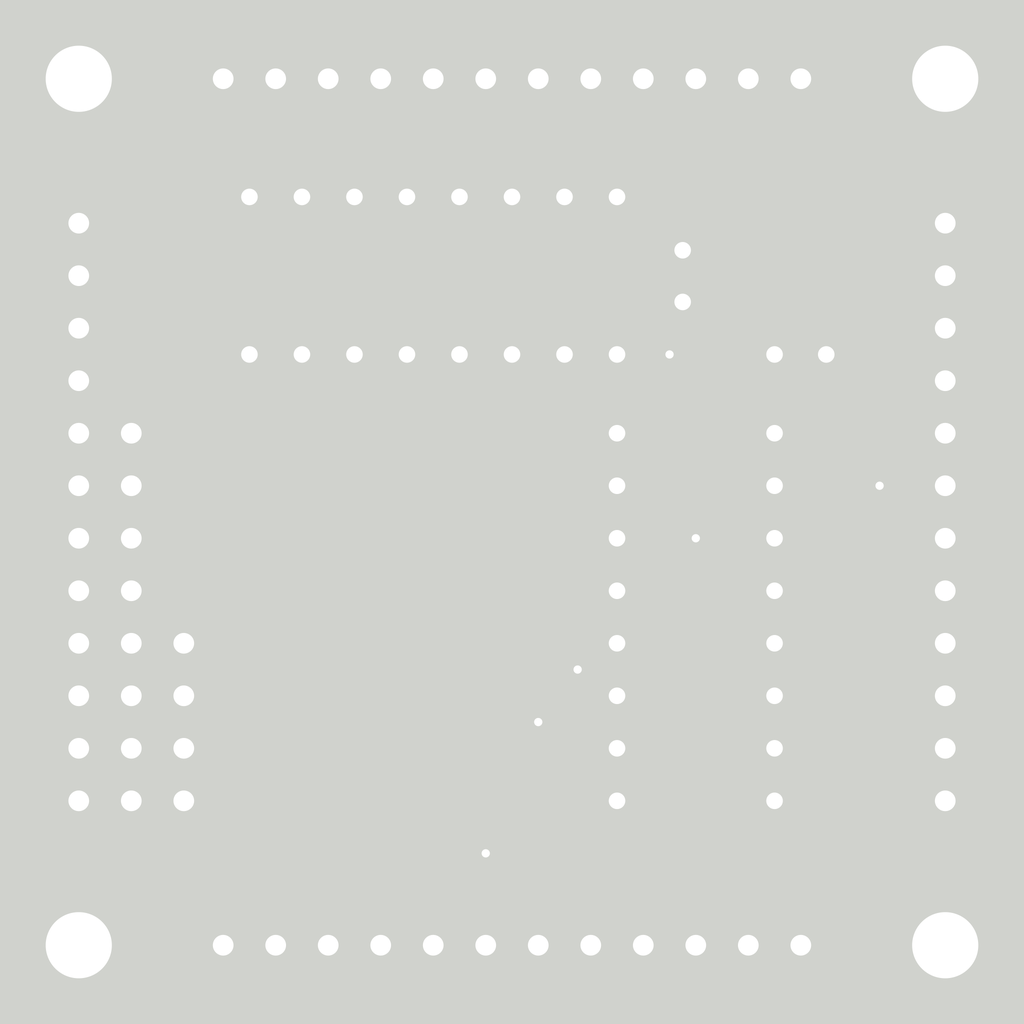
<source format=kicad_pcb>
(kicad_pcb (version 4) (host pcbnew 4.0.7+dfsg1-1~bpo9+1)

  (general
    (links 60)
    (no_connects 0)
    (area 0 0 0 0)
    (thickness 1.6)
    (drawings 19)
    (tracks 165)
    (zones 0)
    (modules 14)
    (nets 32)
  )

  (page A4)
  (layers
    (0 F.Cu signal)
    (31 B.Cu signal)
    (32 B.Adhes user)
    (33 F.Adhes user)
    (34 B.Paste user)
    (35 F.Paste user)
    (36 B.SilkS user)
    (37 F.SilkS user)
    (38 B.Mask user)
    (39 F.Mask user)
    (40 Dwgs.User user)
    (41 Cmts.User user)
    (42 Eco1.User user)
    (43 Eco2.User user)
    (44 Edge.Cuts user)
    (45 Margin user)
    (46 B.CrtYd user)
    (47 F.CrtYd user)
    (48 B.Fab user)
    (49 F.Fab user)
  )

  (setup
    (last_trace_width 0.25)
    (user_trace_width 0.5)
    (trace_clearance 0.2)
    (zone_clearance 0.508)
    (zone_45_only no)
    (trace_min 0.2)
    (segment_width 0.2)
    (edge_width 0.1)
    (via_size 0.6)
    (via_drill 0.4)
    (via_min_size 0.4)
    (via_min_drill 0.3)
    (uvia_size 0.3)
    (uvia_drill 0.1)
    (uvias_allowed no)
    (uvia_min_size 0.2)
    (uvia_min_drill 0.1)
    (pcb_text_width 0.3)
    (pcb_text_size 1.5 1.5)
    (mod_edge_width 0.15)
    (mod_text_size 1 1)
    (mod_text_width 0.15)
    (pad_size 1.5 1.5)
    (pad_drill 0.6)
    (pad_to_mask_clearance 0)
    (aux_axis_origin 0 0)
    (visible_elements FFFFFF7F)
    (pcbplotparams
      (layerselection 0x00030_80000001)
      (usegerberextensions false)
      (excludeedgelayer true)
      (linewidth 0.100000)
      (plotframeref false)
      (viasonmask false)
      (mode 1)
      (useauxorigin false)
      (hpglpennumber 1)
      (hpglpenspeed 20)
      (hpglpendiameter 15)
      (hpglpenoverlay 2)
      (psnegative false)
      (psa4output false)
      (plotreference true)
      (plotvalue true)
      (plotinvisibletext false)
      (padsonsilk false)
      (subtractmaskfromsilk false)
      (outputformat 1)
      (mirror false)
      (drillshape 1)
      (scaleselection 1)
      (outputdirectory ""))
  )

  (net 0 "")
  (net 1 /VIN)
  (net 2 Earth)
  (net 3 /L0)
  (net 4 /L1)
  (net 5 /L2)
  (net 6 /L3)
  (net 7 /L4)
  (net 8 /L5)
  (net 9 /L6)
  (net 10 /L7)
  (net 11 VCC)
  (net 12 "Net-(I2-Pad5)")
  (net 13 "Net-(I2-Pad6)")
  (net 14 "Net-(I2-Pad7)")
  (net 15 "Net-(I2-Pad8)")
  (net 16 "Net-(I2-Pad9)")
  (net 17 "Net-(I2-Pad10)")
  (net 18 "Net-(I2-Pad11)")
  (net 19 "Net-(I2-Pad12)")
  (net 20 "Net-(O3-Pad5)")
  (net 21 "Net-(O3-Pad6)")
  (net 22 "Net-(O3-Pad7)")
  (net 23 "Net-(O3-Pad8)")
  (net 24 "Net-(O3-Pad9)")
  (net 25 "Net-(O3-Pad10)")
  (net 26 "Net-(O3-Pad11)")
  (net 27 "Net-(O3-Pad12)")
  (net 28 /M)
  (net 29 /LATCH)
  (net 30 /CLK)
  (net 31 /DATA)

  (net_class Default "This is the default net class."
    (clearance 0.2)
    (trace_width 0.25)
    (via_dia 0.6)
    (via_drill 0.4)
    (uvia_dia 0.3)
    (uvia_drill 0.1)
    (add_net /CLK)
    (add_net /DATA)
    (add_net /L0)
    (add_net /L1)
    (add_net /L2)
    (add_net /L3)
    (add_net /L4)
    (add_net /L5)
    (add_net /L6)
    (add_net /L7)
    (add_net /LATCH)
    (add_net /M)
    (add_net /VIN)
    (add_net Earth)
    (add_net "Net-(I2-Pad10)")
    (add_net "Net-(I2-Pad11)")
    (add_net "Net-(I2-Pad12)")
    (add_net "Net-(I2-Pad5)")
    (add_net "Net-(I2-Pad6)")
    (add_net "Net-(I2-Pad7)")
    (add_net "Net-(I2-Pad8)")
    (add_net "Net-(I2-Pad9)")
    (add_net "Net-(O3-Pad10)")
    (add_net "Net-(O3-Pad11)")
    (add_net "Net-(O3-Pad12)")
    (add_net "Net-(O3-Pad5)")
    (add_net "Net-(O3-Pad6)")
    (add_net "Net-(O3-Pad7)")
    (add_net "Net-(O3-Pad8)")
    (add_net "Net-(O3-Pad9)")
    (add_net VCC)
  )

  (module Mounting_Holes:MountingHole_3.2mm_M3 (layer F.Cu) (tedit 5AC4CC02) (tstamp 5ACA4CBC)
    (at 128.27 86.36)
    (descr "Mounting Hole 3.2mm, no annular, M3")
    (tags "mounting hole 3.2mm no annular m3")
    (fp_text reference M3 (at 0 2.54) (layer F.Fab)
      (effects (font (size 1 1) (thickness 0.15)))
    )
    (fp_text value "" (at 0 4.2) (layer F.Fab) hide
      (effects (font (size 1 1) (thickness 0.15)))
    )
    (fp_circle (center 0 0) (end 3.2 0) (layer Cmts.User) (width 0.15))
    (fp_circle (center 0 0) (end 3.45 0) (layer F.CrtYd) (width 0.05))
    (pad 1 np_thru_hole circle (at 0 0) (size 3.2 3.2) (drill 3.2) (layers *.Cu *.Mask))
  )

  (module Mounting_Holes:MountingHole_3.2mm_M3 (layer F.Cu) (tedit 5AC4CC05) (tstamp 5ACA4CC9)
    (at 170.18 86.36)
    (descr "Mounting Hole 3.2mm, no annular, M3")
    (tags "mounting hole 3.2mm no annular m3")
    (fp_text reference M3 (at 0 2.54) (layer F.Fab)
      (effects (font (size 1 1) (thickness 0.15)))
    )
    (fp_text value "" (at 0 4.2) (layer F.Fab) hide
      (effects (font (size 1 1) (thickness 0.15)))
    )
    (fp_circle (center 0 0) (end 3.2 0) (layer Cmts.User) (width 0.15))
    (fp_circle (center 0 0) (end 3.45 0) (layer F.CrtYd) (width 0.05))
    (pad 1 np_thru_hole circle (at 0 0) (size 3.2 3.2) (drill 3.2) (layers *.Cu *.Mask))
  )

  (module Mounting_Holes:MountingHole_3.2mm_M3 (layer F.Cu) (tedit 5AC4CC09) (tstamp 5ACA4CD6)
    (at 170.18 128.27)
    (descr "Mounting Hole 3.2mm, no annular, M3")
    (tags "mounting hole 3.2mm no annular m3")
    (fp_text reference "" (at 0 -4.2) (layer F.SilkS) hide
      (effects (font (size 1 1) (thickness 0.15)))
    )
    (fp_text value M3 (at 0 -2.54) (layer F.Fab)
      (effects (font (size 1 1) (thickness 0.15)))
    )
    (fp_circle (center 0 0) (end 3.2 0) (layer Cmts.User) (width 0.15))
    (fp_circle (center 0 0) (end 3.45 0) (layer F.CrtYd) (width 0.05))
    (pad 1 np_thru_hole circle (at 0 0) (size 3.2 3.2) (drill 3.2) (layers *.Cu *.Mask))
  )

  (module Mounting_Holes:MountingHole_3.2mm_M3 (layer F.Cu) (tedit 5AC4CC0E) (tstamp 5ACA4CE3)
    (at 128.27 128.27)
    (descr "Mounting Hole 3.2mm, no annular, M3")
    (tags "mounting hole 3.2mm no annular m3")
    (fp_text reference "" (at 0 -4.2) (layer F.SilkS) hide
      (effects (font (size 1 1) (thickness 0.15)))
    )
    (fp_text value M3 (at 0 -2.54) (layer F.Fab)
      (effects (font (size 1 1) (thickness 0.15)))
    )
    (fp_circle (center 0 0) (end 3.2 0) (layer Cmts.User) (width 0.15))
    (fp_circle (center 0 0) (end 3.45 0) (layer F.CrtYd) (width 0.05))
    (pad 1 np_thru_hole circle (at 0 0) (size 3.2 3.2) (drill 3.2) (layers *.Cu *.Mask))
  )

  (module Pin_Headers:Pin_Header_Straight_1x12_Pitch2.54mm (layer F.Cu) (tedit 5AFECE1C) (tstamp 5AC3D654)
    (at 128.27 93.345)
    (descr "Through hole straight pin header, 1x12, 2.54mm pitch, single row")
    (tags "Through hole pin header THT 1x12 2.54mm single row")
    (path /5AC3D559)
    (fp_text reference I1 (at 0 -2.33) (layer F.Fab)
      (effects (font (size 1 1) (thickness 0.15)))
    )
    (fp_text value "Master Input" (at -2.54 13.97 90) (layer F.Fab)
      (effects (font (size 1 1) (thickness 0.15)))
    )
    (fp_line (start -0.635 -1.27) (end 1.27 -1.27) (layer F.Fab) (width 0.1))
    (fp_line (start 1.27 -1.27) (end 1.27 29.21) (layer F.Fab) (width 0.1))
    (fp_line (start 1.27 29.21) (end -1.27 29.21) (layer F.Fab) (width 0.1))
    (fp_line (start -1.27 29.21) (end -1.27 -0.635) (layer F.Fab) (width 0.1))
    (fp_line (start -1.27 -0.635) (end -0.635 -1.27) (layer F.Fab) (width 0.1))
    (fp_line (start -1.33 29.27) (end 1.33 29.27) (layer F.SilkS) (width 0.12))
    (fp_line (start -1.33 1.27) (end -1.33 29.27) (layer F.SilkS) (width 0.12))
    (fp_line (start 1.33 1.27) (end 1.33 29.27) (layer F.SilkS) (width 0.12))
    (fp_line (start -1.33 1.27) (end 1.33 1.27) (layer F.SilkS) (width 0.12))
    (fp_line (start -1.33 0) (end -1.33 -1.33) (layer F.SilkS) (width 0.12))
    (fp_line (start -1.33 -1.33) (end 0 -1.33) (layer F.SilkS) (width 0.12))
    (fp_line (start -1.8 -1.8) (end -1.8 29.75) (layer F.CrtYd) (width 0.05))
    (fp_line (start -1.8 29.75) (end 1.8 29.75) (layer F.CrtYd) (width 0.05))
    (fp_line (start 1.8 29.75) (end 1.8 -1.8) (layer F.CrtYd) (width 0.05))
    (fp_line (start 1.8 -1.8) (end -1.8 -1.8) (layer F.CrtYd) (width 0.05))
    (fp_text user %R (at 0 13.97 90) (layer F.Fab)
      (effects (font (size 1 1) (thickness 0.15)))
    )
    (pad 1 thru_hole rect (at 0 0) (size 1.7 1.7) (drill 1) (layers *.Cu *.Mask)
      (net 1 /VIN))
    (pad 2 thru_hole oval (at 0 2.54) (size 1.7 1.7) (drill 1) (layers *.Cu *.Mask)
      (net 11 VCC))
    (pad 3 thru_hole oval (at 0 5.08) (size 1.7 1.7) (drill 1) (layers *.Cu *.Mask)
      (net 2 Earth))
    (pad 4 thru_hole oval (at 0 7.62) (size 1.7 1.7) (drill 1) (layers *.Cu *.Mask))
    (pad 5 thru_hole oval (at 0 10.16) (size 1.7 1.7) (drill 1) (layers *.Cu *.Mask)
      (net 3 /L0))
    (pad 6 thru_hole oval (at 0 12.7) (size 1.7 1.7) (drill 1) (layers *.Cu *.Mask)
      (net 4 /L1))
    (pad 7 thru_hole oval (at 0 15.24) (size 1.7 1.7) (drill 1) (layers *.Cu *.Mask)
      (net 5 /L2))
    (pad 8 thru_hole oval (at 0 17.78) (size 1.7 1.7) (drill 1) (layers *.Cu *.Mask)
      (net 6 /L3))
    (pad 9 thru_hole oval (at 0 20.32) (size 1.7 1.7) (drill 1) (layers *.Cu *.Mask)
      (net 7 /L4))
    (pad 10 thru_hole oval (at 0 22.86) (size 1.7 1.7) (drill 1) (layers *.Cu *.Mask)
      (net 8 /L5))
    (pad 11 thru_hole oval (at 0 25.4) (size 1.7 1.7) (drill 1) (layers *.Cu *.Mask)
      (net 9 /L6))
    (pad 12 thru_hole oval (at 0 27.94) (size 1.7 1.7) (drill 1) (layers *.Cu *.Mask)
      (net 10 /L7))
    (model ${KISYS3DMOD}/Pin_Headers.3dshapes/Pin_Header_Straight_1x12_Pitch2.54mm.wrl
      (at (xyz 0 0 0))
      (scale (xyz 1 1 1))
      (rotate (xyz 0 0 0))
    )
  )

  (module Pin_Headers:Pin_Header_Straight_1x12_Pitch2.54mm (layer F.Cu) (tedit 5AFECE0D) (tstamp 5ACC6807)
    (at 163.195 86.36 270)
    (descr "Through hole straight pin header, 1x12, 2.54mm pitch, single row")
    (tags "Through hole pin header THT 1x12 2.54mm single row")
    (path /5ACC6FCD)
    (fp_text reference I2 (at 0 -2.33 270) (layer F.Fab)
      (effects (font (size 1 1) (thickness 0.15)))
    )
    (fp_text value "Prev Input" (at -2.54 13.97 360) (layer F.Fab)
      (effects (font (size 1 1) (thickness 0.15)))
    )
    (fp_line (start -0.635 -1.27) (end 1.27 -1.27) (layer F.Fab) (width 0.1))
    (fp_line (start 1.27 -1.27) (end 1.27 29.21) (layer F.Fab) (width 0.1))
    (fp_line (start 1.27 29.21) (end -1.27 29.21) (layer F.Fab) (width 0.1))
    (fp_line (start -1.27 29.21) (end -1.27 -0.635) (layer F.Fab) (width 0.1))
    (fp_line (start -1.27 -0.635) (end -0.635 -1.27) (layer F.Fab) (width 0.1))
    (fp_line (start -1.33 29.27) (end 1.33 29.27) (layer F.SilkS) (width 0.12))
    (fp_line (start -1.33 1.27) (end -1.33 29.27) (layer F.SilkS) (width 0.12))
    (fp_line (start 1.33 1.27) (end 1.33 29.27) (layer F.SilkS) (width 0.12))
    (fp_line (start -1.33 1.27) (end 1.33 1.27) (layer F.SilkS) (width 0.12))
    (fp_line (start -1.33 0) (end -1.33 -1.33) (layer F.SilkS) (width 0.12))
    (fp_line (start -1.33 -1.33) (end 0 -1.33) (layer F.SilkS) (width 0.12))
    (fp_line (start -1.8 -1.8) (end -1.8 29.75) (layer F.CrtYd) (width 0.05))
    (fp_line (start -1.8 29.75) (end 1.8 29.75) (layer F.CrtYd) (width 0.05))
    (fp_line (start 1.8 29.75) (end 1.8 -1.8) (layer F.CrtYd) (width 0.05))
    (fp_line (start 1.8 -1.8) (end -1.8 -1.8) (layer F.CrtYd) (width 0.05))
    (fp_text user %R (at 0 13.97 360) (layer F.Fab) hide
      (effects (font (size 1 1) (thickness 0.15)))
    )
    (pad 1 thru_hole rect (at 0 0 270) (size 1.7 1.7) (drill 1) (layers *.Cu *.Mask)
      (net 1 /VIN))
    (pad 2 thru_hole oval (at 0 2.54 270) (size 1.7 1.7) (drill 1) (layers *.Cu *.Mask)
      (net 11 VCC))
    (pad 3 thru_hole oval (at 0 5.08 270) (size 1.7 1.7) (drill 1) (layers *.Cu *.Mask)
      (net 2 Earth))
    (pad 4 thru_hole oval (at 0 7.62 270) (size 1.7 1.7) (drill 1) (layers *.Cu *.Mask))
    (pad 5 thru_hole oval (at 0 10.16 270) (size 1.7 1.7) (drill 1) (layers *.Cu *.Mask)
      (net 12 "Net-(I2-Pad5)"))
    (pad 6 thru_hole oval (at 0 12.7 270) (size 1.7 1.7) (drill 1) (layers *.Cu *.Mask)
      (net 13 "Net-(I2-Pad6)"))
    (pad 7 thru_hole oval (at 0 15.24 270) (size 1.7 1.7) (drill 1) (layers *.Cu *.Mask)
      (net 14 "Net-(I2-Pad7)"))
    (pad 8 thru_hole oval (at 0 17.78 270) (size 1.7 1.7) (drill 1) (layers *.Cu *.Mask)
      (net 15 "Net-(I2-Pad8)"))
    (pad 9 thru_hole oval (at 0 20.32 270) (size 1.7 1.7) (drill 1) (layers *.Cu *.Mask)
      (net 16 "Net-(I2-Pad9)"))
    (pad 10 thru_hole oval (at 0 22.86 270) (size 1.7 1.7) (drill 1) (layers *.Cu *.Mask)
      (net 17 "Net-(I2-Pad10)"))
    (pad 11 thru_hole oval (at 0 25.4 270) (size 1.7 1.7) (drill 1) (layers *.Cu *.Mask)
      (net 18 "Net-(I2-Pad11)"))
    (pad 12 thru_hole oval (at 0 27.94 270) (size 1.7 1.7) (drill 1) (layers *.Cu *.Mask)
      (net 19 "Net-(I2-Pad12)"))
    (model ${KISYS3DMOD}/Pin_Headers.3dshapes/Pin_Header_Straight_1x12_Pitch2.54mm.wrl
      (at (xyz 0 0 0))
      (scale (xyz 1 1 1))
      (rotate (xyz 0 0 0))
    )
  )

  (module Socket_Strips:Socket_Strip_Straight_1x12_Pitch2.54mm (layer F.Cu) (tedit 5AFECE13) (tstamp 5ACC6826)
    (at 163.195 128.27 270)
    (descr "Through hole straight socket strip, 1x12, 2.54mm pitch, single row")
    (tags "Through hole socket strip THT 1x12 2.54mm single row")
    (path /5ACC676A)
    (fp_text reference O2 (at 0 -2.33 270) (layer F.Fab)
      (effects (font (size 1 1) (thickness 0.15)))
    )
    (fp_text value "Next Output" (at 1.27 13.97 360) (layer F.Fab)
      (effects (font (size 1 1) (thickness 0.15)))
    )
    (fp_line (start -1.27 -1.27) (end -1.27 29.21) (layer F.Fab) (width 0.1))
    (fp_line (start -1.27 29.21) (end 1.27 29.21) (layer F.Fab) (width 0.1))
    (fp_line (start 1.27 29.21) (end 1.27 -1.27) (layer F.Fab) (width 0.1))
    (fp_line (start 1.27 -1.27) (end -1.27 -1.27) (layer F.Fab) (width 0.1))
    (fp_line (start -1.33 1.27) (end -1.33 29.27) (layer F.SilkS) (width 0.12))
    (fp_line (start -1.33 29.27) (end 1.33 29.27) (layer F.SilkS) (width 0.12))
    (fp_line (start 1.33 29.27) (end 1.33 1.27) (layer F.SilkS) (width 0.12))
    (fp_line (start 1.33 1.27) (end -1.33 1.27) (layer F.SilkS) (width 0.12))
    (fp_line (start -1.33 0) (end -1.33 -1.33) (layer F.SilkS) (width 0.12))
    (fp_line (start -1.33 -1.33) (end 0 -1.33) (layer F.SilkS) (width 0.12))
    (fp_line (start -1.8 -1.8) (end -1.8 29.75) (layer F.CrtYd) (width 0.05))
    (fp_line (start -1.8 29.75) (end 1.8 29.75) (layer F.CrtYd) (width 0.05))
    (fp_line (start 1.8 29.75) (end 1.8 -1.8) (layer F.CrtYd) (width 0.05))
    (fp_line (start 1.8 -1.8) (end -1.8 -1.8) (layer F.CrtYd) (width 0.05))
    (fp_text user %R (at 0 -2.33 270) (layer F.Fab) hide
      (effects (font (size 1 1) (thickness 0.15)))
    )
    (pad 1 thru_hole rect (at 0 0 270) (size 1.7 1.7) (drill 1) (layers *.Cu *.Mask)
      (net 1 /VIN))
    (pad 2 thru_hole oval (at 0 2.54 270) (size 1.7 1.7) (drill 1) (layers *.Cu *.Mask)
      (net 11 VCC))
    (pad 3 thru_hole oval (at 0 5.08 270) (size 1.7 1.7) (drill 1) (layers *.Cu *.Mask)
      (net 2 Earth))
    (pad 4 thru_hole oval (at 0 7.62 270) (size 1.7 1.7) (drill 1) (layers *.Cu *.Mask))
    (pad 5 thru_hole oval (at 0 10.16 270) (size 1.7 1.7) (drill 1) (layers *.Cu *.Mask)
      (net 12 "Net-(I2-Pad5)"))
    (pad 6 thru_hole oval (at 0 12.7 270) (size 1.7 1.7) (drill 1) (layers *.Cu *.Mask)
      (net 13 "Net-(I2-Pad6)"))
    (pad 7 thru_hole oval (at 0 15.24 270) (size 1.7 1.7) (drill 1) (layers *.Cu *.Mask)
      (net 14 "Net-(I2-Pad7)"))
    (pad 8 thru_hole oval (at 0 17.78 270) (size 1.7 1.7) (drill 1) (layers *.Cu *.Mask)
      (net 16 "Net-(I2-Pad9)"))
    (pad 9 thru_hole oval (at 0 20.32 270) (size 1.7 1.7) (drill 1) (layers *.Cu *.Mask)
      (net 17 "Net-(I2-Pad10)"))
    (pad 10 thru_hole oval (at 0 22.86 270) (size 1.7 1.7) (drill 1) (layers *.Cu *.Mask)
      (net 18 "Net-(I2-Pad11)"))
    (pad 11 thru_hole oval (at 0 25.4 270) (size 1.7 1.7) (drill 1) (layers *.Cu *.Mask)
      (net 19 "Net-(I2-Pad12)"))
    (pad 12 thru_hole oval (at 0 27.94 270) (size 1.7 1.7) (drill 1) (layers *.Cu *.Mask)
      (net 11 VCC))
    (model ${KISYS3DMOD}/Socket_Strips.3dshapes/Socket_Strip_Straight_1x12_Pitch2.54mm.wrl
      (at (xyz 0 -0.55 0))
      (scale (xyz 1 1 1))
      (rotate (xyz 0 0 270))
    )
  )

  (module Socket_Strips:Socket_Strip_Straight_1x12_Pitch2.54mm (layer F.Cu) (tedit 5AFECE22) (tstamp 5ACC6845)
    (at 170.18 93.345)
    (descr "Through hole straight socket strip, 1x12, 2.54mm pitch, single row")
    (tags "Through hole socket strip THT 1x12 2.54mm single row")
    (path /5ACC6008)
    (fp_text reference O3 (at 0 -2.33) (layer F.Fab)
      (effects (font (size 1 1) (thickness 0.15)))
    )
    (fp_text value Output (at 2.54 13.97 90) (layer F.Fab)
      (effects (font (size 1 1) (thickness 0.15)))
    )
    (fp_line (start -1.27 -1.27) (end -1.27 29.21) (layer F.Fab) (width 0.1))
    (fp_line (start -1.27 29.21) (end 1.27 29.21) (layer F.Fab) (width 0.1))
    (fp_line (start 1.27 29.21) (end 1.27 -1.27) (layer F.Fab) (width 0.1))
    (fp_line (start 1.27 -1.27) (end -1.27 -1.27) (layer F.Fab) (width 0.1))
    (fp_line (start -1.33 1.27) (end -1.33 29.27) (layer F.SilkS) (width 0.12))
    (fp_line (start -1.33 29.27) (end 1.33 29.27) (layer F.SilkS) (width 0.12))
    (fp_line (start 1.33 29.27) (end 1.33 1.27) (layer F.SilkS) (width 0.12))
    (fp_line (start 1.33 1.27) (end -1.33 1.27) (layer F.SilkS) (width 0.12))
    (fp_line (start -1.33 0) (end -1.33 -1.33) (layer F.SilkS) (width 0.12))
    (fp_line (start -1.33 -1.33) (end 0 -1.33) (layer F.SilkS) (width 0.12))
    (fp_line (start -1.8 -1.8) (end -1.8 29.75) (layer F.CrtYd) (width 0.05))
    (fp_line (start -1.8 29.75) (end 1.8 29.75) (layer F.CrtYd) (width 0.05))
    (fp_line (start 1.8 29.75) (end 1.8 -1.8) (layer F.CrtYd) (width 0.05))
    (fp_line (start 1.8 -1.8) (end -1.8 -1.8) (layer F.CrtYd) (width 0.05))
    (fp_text user %R (at 0 -2.33) (layer F.Fab) hide
      (effects (font (size 1 1) (thickness 0.15)))
    )
    (pad 1 thru_hole rect (at 0 0) (size 1.7 1.7) (drill 1) (layers *.Cu *.Mask)
      (net 1 /VIN))
    (pad 2 thru_hole oval (at 0 2.54) (size 1.7 1.7) (drill 1) (layers *.Cu *.Mask)
      (net 11 VCC))
    (pad 3 thru_hole oval (at 0 5.08) (size 1.7 1.7) (drill 1) (layers *.Cu *.Mask)
      (net 2 Earth))
    (pad 4 thru_hole oval (at 0 7.62) (size 1.7 1.7) (drill 1) (layers *.Cu *.Mask))
    (pad 5 thru_hole oval (at 0 10.16) (size 1.7 1.7) (drill 1) (layers *.Cu *.Mask)
      (net 20 "Net-(O3-Pad5)"))
    (pad 6 thru_hole oval (at 0 12.7) (size 1.7 1.7) (drill 1) (layers *.Cu *.Mask)
      (net 21 "Net-(O3-Pad6)"))
    (pad 7 thru_hole oval (at 0 15.24) (size 1.7 1.7) (drill 1) (layers *.Cu *.Mask)
      (net 22 "Net-(O3-Pad7)"))
    (pad 8 thru_hole oval (at 0 17.78) (size 1.7 1.7) (drill 1) (layers *.Cu *.Mask)
      (net 23 "Net-(O3-Pad8)"))
    (pad 9 thru_hole oval (at 0 20.32) (size 1.7 1.7) (drill 1) (layers *.Cu *.Mask)
      (net 24 "Net-(O3-Pad9)"))
    (pad 10 thru_hole oval (at 0 22.86) (size 1.7 1.7) (drill 1) (layers *.Cu *.Mask)
      (net 25 "Net-(O3-Pad10)"))
    (pad 11 thru_hole oval (at 0 25.4) (size 1.7 1.7) (drill 1) (layers *.Cu *.Mask)
      (net 26 "Net-(O3-Pad11)"))
    (pad 12 thru_hole oval (at 0 27.94) (size 1.7 1.7) (drill 1) (layers *.Cu *.Mask)
      (net 27 "Net-(O3-Pad12)"))
    (model ${KISYS3DMOD}/Socket_Strips.3dshapes/Socket_Strip_Straight_1x12_Pitch2.54mm.wrl
      (at (xyz 0 -0.55 0))
      (scale (xyz 1 1 1))
      (rotate (xyz 0 0 270))
    )
  )

  (module Housings_DIP:DIP-16_W7.62mm (layer F.Cu) (tedit 5AE7A7D7) (tstamp 5ACC6869)
    (at 154.305 92.075 270)
    (descr "16-lead dip package, row spacing 7.62 mm (300 mils)")
    (tags "DIL DIP PDIP 2.54mm 7.62mm 300mil")
    (path /5ACC8A2C)
    (fp_text reference U1 (at 3.81 0.635 270) (layer F.SilkS)
      (effects (font (size 1 1) (thickness 0.15)))
    )
    (fp_text value 74HC595 (at 10.16 8.89 360) (layer F.SilkS)
      (effects (font (size 1 1) (thickness 0.15)))
    )
    (fp_text user %R (at 3.81 8.89 270) (layer F.Fab)
      (effects (font (size 1 1) (thickness 0.15)))
    )
    (fp_line (start 1.635 -1.27) (end 6.985 -1.27) (layer F.Fab) (width 0.1))
    (fp_line (start 6.985 -1.27) (end 6.985 19.05) (layer F.Fab) (width 0.1))
    (fp_line (start 6.985 19.05) (end 0.635 19.05) (layer F.Fab) (width 0.1))
    (fp_line (start 0.635 19.05) (end 0.635 -0.27) (layer F.Fab) (width 0.1))
    (fp_line (start 0.635 -0.27) (end 1.635 -1.27) (layer F.Fab) (width 0.1))
    (fp_line (start 2.81 -1.39) (end 1.04 -1.39) (layer F.SilkS) (width 0.12))
    (fp_line (start 1.04 -1.39) (end 1.04 19.17) (layer F.SilkS) (width 0.12))
    (fp_line (start 1.04 19.17) (end 6.58 19.17) (layer F.SilkS) (width 0.12))
    (fp_line (start 6.58 19.17) (end 6.58 -1.39) (layer F.SilkS) (width 0.12))
    (fp_line (start 6.58 -1.39) (end 4.81 -1.39) (layer F.SilkS) (width 0.12))
    (fp_line (start -1.1 -1.6) (end -1.1 19.3) (layer F.CrtYd) (width 0.05))
    (fp_line (start -1.1 19.3) (end 8.7 19.3) (layer F.CrtYd) (width 0.05))
    (fp_line (start 8.7 19.3) (end 8.7 -1.6) (layer F.CrtYd) (width 0.05))
    (fp_line (start 8.7 -1.6) (end -1.1 -1.6) (layer F.CrtYd) (width 0.05))
    (fp_arc (start 3.81 -1.39) (end 2.81 -1.39) (angle -180) (layer F.SilkS) (width 0.12))
    (pad 1 thru_hole rect (at 0 0 270) (size 1.6 1.6) (drill 0.8) (layers *.Cu *.Mask)
      (net 13 "Net-(I2-Pad6)"))
    (pad 9 thru_hole oval (at 7.62 17.78 270) (size 1.6 1.6) (drill 0.8) (layers *.Cu *.Mask))
    (pad 2 thru_hole oval (at 0 2.54 270) (size 1.6 1.6) (drill 0.8) (layers *.Cu *.Mask)
      (net 14 "Net-(I2-Pad7)"))
    (pad 10 thru_hole oval (at 7.62 15.24 270) (size 1.6 1.6) (drill 0.8) (layers *.Cu *.Mask)
      (net 11 VCC))
    (pad 3 thru_hole oval (at 0 5.08 270) (size 1.6 1.6) (drill 0.8) (layers *.Cu *.Mask)
      (net 15 "Net-(I2-Pad8)"))
    (pad 11 thru_hole oval (at 7.62 12.7 270) (size 1.6 1.6) (drill 0.8) (layers *.Cu *.Mask)
      (net 30 /CLK))
    (pad 4 thru_hole oval (at 0 7.62 270) (size 1.6 1.6) (drill 0.8) (layers *.Cu *.Mask)
      (net 16 "Net-(I2-Pad9)"))
    (pad 12 thru_hole oval (at 7.62 10.16 270) (size 1.6 1.6) (drill 0.8) (layers *.Cu *.Mask)
      (net 29 /LATCH))
    (pad 5 thru_hole oval (at 0 10.16 270) (size 1.6 1.6) (drill 0.8) (layers *.Cu *.Mask)
      (net 17 "Net-(I2-Pad10)"))
    (pad 13 thru_hole oval (at 7.62 7.62 270) (size 1.6 1.6) (drill 0.8) (layers *.Cu *.Mask)
      (net 2 Earth))
    (pad 6 thru_hole oval (at 0 12.7 270) (size 1.6 1.6) (drill 0.8) (layers *.Cu *.Mask)
      (net 18 "Net-(I2-Pad11)"))
    (pad 14 thru_hole oval (at 7.62 5.08 270) (size 1.6 1.6) (drill 0.8) (layers *.Cu *.Mask)
      (net 31 /DATA))
    (pad 7 thru_hole oval (at 0 15.24 270) (size 1.6 1.6) (drill 0.8) (layers *.Cu *.Mask)
      (net 19 "Net-(I2-Pad12)"))
    (pad 15 thru_hole oval (at 7.62 2.54 270) (size 1.6 1.6) (drill 0.8) (layers *.Cu *.Mask)
      (net 12 "Net-(I2-Pad5)"))
    (pad 8 thru_hole oval (at 0 17.78 270) (size 1.6 1.6) (drill 0.8) (layers *.Cu *.Mask)
      (net 2 Earth))
    (pad 16 thru_hole oval (at 7.62 0 270) (size 1.6 1.6) (drill 0.8) (layers *.Cu *.Mask)
      (net 11 VCC))
    (model ${KISYS3DMOD}/Housings_DIP.3dshapes/DIP-16_W7.62mm.wrl
      (at (xyz 0 0 0))
      (scale (xyz 1 1 1))
      (rotate (xyz 0 0 0))
    )
  )

  (module Housings_DIP:DIP-16_W7.62mm (layer F.Cu) (tedit 5AE7A7BD) (tstamp 5ACC688D)
    (at 154.305 103.505)
    (descr "16-lead dip package, row spacing 7.62 mm (300 mils)")
    (tags "DIL DIP PDIP 2.54mm 7.62mm 300mil")
    (path /5ACC5E83)
    (fp_text reference U2 (at 3.81 0.635) (layer F.SilkS)
      (effects (font (size 1 1) (thickness 0.15)))
    )
    (fp_text value 4051 (at 3.81 20.32) (layer F.SilkS)
      (effects (font (size 1 1) (thickness 0.15)))
    )
    (fp_text user %R (at 3.81 8.89) (layer F.Fab)
      (effects (font (size 1 1) (thickness 0.15)))
    )
    (fp_line (start 1.635 -1.27) (end 6.985 -1.27) (layer F.Fab) (width 0.1))
    (fp_line (start 6.985 -1.27) (end 6.985 19.05) (layer F.Fab) (width 0.1))
    (fp_line (start 6.985 19.05) (end 0.635 19.05) (layer F.Fab) (width 0.1))
    (fp_line (start 0.635 19.05) (end 0.635 -0.27) (layer F.Fab) (width 0.1))
    (fp_line (start 0.635 -0.27) (end 1.635 -1.27) (layer F.Fab) (width 0.1))
    (fp_line (start 2.81 -1.39) (end 1.04 -1.39) (layer F.SilkS) (width 0.12))
    (fp_line (start 1.04 -1.39) (end 1.04 19.17) (layer F.SilkS) (width 0.12))
    (fp_line (start 1.04 19.17) (end 6.58 19.17) (layer F.SilkS) (width 0.12))
    (fp_line (start 6.58 19.17) (end 6.58 -1.39) (layer F.SilkS) (width 0.12))
    (fp_line (start 6.58 -1.39) (end 4.81 -1.39) (layer F.SilkS) (width 0.12))
    (fp_line (start -1.1 -1.6) (end -1.1 19.3) (layer F.CrtYd) (width 0.05))
    (fp_line (start -1.1 19.3) (end 8.7 19.3) (layer F.CrtYd) (width 0.05))
    (fp_line (start 8.7 19.3) (end 8.7 -1.6) (layer F.CrtYd) (width 0.05))
    (fp_line (start 8.7 -1.6) (end -1.1 -1.6) (layer F.CrtYd) (width 0.05))
    (fp_arc (start 3.81 -1.39) (end 2.81 -1.39) (angle -180) (layer F.SilkS) (width 0.12))
    (pad 1 thru_hole rect (at 0 0) (size 1.6 1.6) (drill 0.8) (layers *.Cu *.Mask)
      (net 23 "Net-(O3-Pad8)"))
    (pad 9 thru_hole oval (at 7.62 17.78) (size 1.6 1.6) (drill 0.8) (layers *.Cu *.Mask)
      (net 14 "Net-(I2-Pad7)"))
    (pad 2 thru_hole oval (at 0 2.54) (size 1.6 1.6) (drill 0.8) (layers *.Cu *.Mask)
      (net 21 "Net-(O3-Pad6)"))
    (pad 10 thru_hole oval (at 7.62 15.24) (size 1.6 1.6) (drill 0.8) (layers *.Cu *.Mask)
      (net 13 "Net-(I2-Pad6)"))
    (pad 3 thru_hole oval (at 0 5.08) (size 1.6 1.6) (drill 0.8) (layers *.Cu *.Mask)
      (net 28 /M))
    (pad 11 thru_hole oval (at 7.62 12.7) (size 1.6 1.6) (drill 0.8) (layers *.Cu *.Mask)
      (net 12 "Net-(I2-Pad5)"))
    (pad 4 thru_hole oval (at 0 7.62) (size 1.6 1.6) (drill 0.8) (layers *.Cu *.Mask)
      (net 20 "Net-(O3-Pad5)"))
    (pad 12 thru_hole oval (at 7.62 10.16) (size 1.6 1.6) (drill 0.8) (layers *.Cu *.Mask)
      (net 24 "Net-(O3-Pad9)"))
    (pad 5 thru_hole oval (at 0 10.16) (size 1.6 1.6) (drill 0.8) (layers *.Cu *.Mask)
      (net 22 "Net-(O3-Pad7)"))
    (pad 13 thru_hole oval (at 7.62 7.62) (size 1.6 1.6) (drill 0.8) (layers *.Cu *.Mask)
      (net 27 "Net-(O3-Pad12)"))
    (pad 6 thru_hole oval (at 0 12.7) (size 1.6 1.6) (drill 0.8) (layers *.Cu *.Mask)
      (net 15 "Net-(I2-Pad8)"))
    (pad 14 thru_hole oval (at 7.62 5.08) (size 1.6 1.6) (drill 0.8) (layers *.Cu *.Mask)
      (net 26 "Net-(O3-Pad11)"))
    (pad 7 thru_hole oval (at 0 15.24) (size 1.6 1.6) (drill 0.8) (layers *.Cu *.Mask)
      (net 11 VCC))
    (pad 15 thru_hole oval (at 7.62 2.54) (size 1.6 1.6) (drill 0.8) (layers *.Cu *.Mask)
      (net 25 "Net-(O3-Pad10)"))
    (pad 8 thru_hole oval (at 0 17.78) (size 1.6 1.6) (drill 0.8) (layers *.Cu *.Mask)
      (net 2 Earth))
    (pad 16 thru_hole oval (at 7.62 0) (size 1.6 1.6) (drill 0.8) (layers *.Cu *.Mask)
      (net 11 VCC))
    (model ${KISYS3DMOD}/Housings_DIP.3dshapes/DIP-16_W7.62mm.wrl
      (at (xyz 0 0 0))
      (scale (xyz 1 1 1))
      (rotate (xyz 0 0 0))
    )
  )

  (module Pin_Headers:Pin_Header_Straight_1x04_Pitch2.54mm (layer F.Cu) (tedit 5AF98D32) (tstamp 5ACC7209)
    (at 133.35 121.285 180)
    (descr "Through hole straight pin header, 1x04, 2.54mm pitch, single row")
    (tags "Through hole pin header THT 1x04 2.54mm single row")
    (path /5ACC8E17)
    (fp_text reference J1 (at 0 -2.54 180) (layer F.Fab)
      (effects (font (size 1 1) (thickness 0.15)))
    )
    (fp_text value Select (at 0 9.95 180) (layer F.Fab) hide
      (effects (font (size 1 1) (thickness 0.15)))
    )
    (fp_line (start -0.635 -1.27) (end 1.27 -1.27) (layer F.Fab) (width 0.1))
    (fp_line (start 1.27 -1.27) (end 1.27 8.89) (layer F.Fab) (width 0.1))
    (fp_line (start 1.27 8.89) (end -1.27 8.89) (layer F.Fab) (width 0.1))
    (fp_line (start -1.27 8.89) (end -1.27 -0.635) (layer F.Fab) (width 0.1))
    (fp_line (start -1.27 -0.635) (end -0.635 -1.27) (layer F.Fab) (width 0.1))
    (fp_line (start -1.33 8.95) (end 1.33 8.95) (layer F.SilkS) (width 0.12))
    (fp_line (start -1.33 1.27) (end -1.33 8.95) (layer F.SilkS) (width 0.12))
    (fp_line (start 1.33 1.27) (end 1.33 8.95) (layer F.SilkS) (width 0.12))
    (fp_line (start -1.33 1.27) (end 1.33 1.27) (layer F.SilkS) (width 0.12))
    (fp_line (start -1.33 0) (end -1.33 -1.33) (layer F.SilkS) (width 0.12))
    (fp_line (start -1.33 -1.33) (end 0 -1.33) (layer F.SilkS) (width 0.12))
    (fp_line (start -1.8 -1.8) (end -1.8 9.4) (layer F.CrtYd) (width 0.05))
    (fp_line (start -1.8 9.4) (end 1.8 9.4) (layer F.CrtYd) (width 0.05))
    (fp_line (start 1.8 9.4) (end 1.8 -1.8) (layer F.CrtYd) (width 0.05))
    (fp_line (start 1.8 -1.8) (end -1.8 -1.8) (layer F.CrtYd) (width 0.05))
    (fp_text user %R (at 0 3.81 270) (layer F.Fab)
      (effects (font (size 1 1) (thickness 0.15)))
    )
    (pad 1 thru_hole rect (at 0 0 180) (size 1.7 1.7) (drill 1) (layers *.Cu *.Mask)
      (net 28 /M))
    (pad 2 thru_hole oval (at 0 2.54 180) (size 1.7 1.7) (drill 1) (layers *.Cu *.Mask)
      (net 29 /LATCH))
    (pad 3 thru_hole oval (at 0 5.08 180) (size 1.7 1.7) (drill 1) (layers *.Cu *.Mask)
      (net 30 /CLK))
    (pad 4 thru_hole oval (at 0 7.62 180) (size 1.7 1.7) (drill 1) (layers *.Cu *.Mask)
      (net 31 /DATA))
    (model ${KISYS3DMOD}/Pin_Headers.3dshapes/Pin_Header_Straight_1x04_Pitch2.54mm.wrl
      (at (xyz 0 0 0))
      (scale (xyz 1 1 1))
      (rotate (xyz 0 0 0))
    )
  )

  (module Capacitors_THT:C_Disc_D3.8mm_W2.6mm_P2.50mm (layer F.Cu) (tedit 5AF99467) (tstamp 5AF99137)
    (at 157.48 97.155 90)
    (descr "C, Disc series, Radial, pin pitch=2.50mm, , diameter*width=3.8*2.6mm^2, Capacitor, http://www.vishay.com/docs/45233/krseries.pdf")
    (tags "C Disc series Radial pin pitch 2.50mm  diameter 3.8mm width 2.6mm Capacitor")
    (path /5AF99270)
    (fp_text reference C1 (at 4.445 0 180) (layer F.SilkS)
      (effects (font (size 1 1) (thickness 0.15)))
    )
    (fp_text value 100nF (at 1.25 2.61 90) (layer F.Fab)
      (effects (font (size 1 1) (thickness 0.15)))
    )
    (fp_line (start -0.65 -1.3) (end -0.65 1.3) (layer F.Fab) (width 0.1))
    (fp_line (start -0.65 1.3) (end 3.15 1.3) (layer F.Fab) (width 0.1))
    (fp_line (start 3.15 1.3) (end 3.15 -1.3) (layer F.Fab) (width 0.1))
    (fp_line (start 3.15 -1.3) (end -0.65 -1.3) (layer F.Fab) (width 0.1))
    (fp_line (start -0.71 -1.36) (end 3.21 -1.36) (layer F.SilkS) (width 0.12))
    (fp_line (start -0.71 1.36) (end 3.21 1.36) (layer F.SilkS) (width 0.12))
    (fp_line (start -0.71 -1.36) (end -0.71 -0.75) (layer F.SilkS) (width 0.12))
    (fp_line (start -0.71 0.75) (end -0.71 1.36) (layer F.SilkS) (width 0.12))
    (fp_line (start 3.21 -1.36) (end 3.21 -0.75) (layer F.SilkS) (width 0.12))
    (fp_line (start 3.21 0.75) (end 3.21 1.36) (layer F.SilkS) (width 0.12))
    (fp_line (start -1.05 -1.65) (end -1.05 1.65) (layer F.CrtYd) (width 0.05))
    (fp_line (start -1.05 1.65) (end 3.55 1.65) (layer F.CrtYd) (width 0.05))
    (fp_line (start 3.55 1.65) (end 3.55 -1.65) (layer F.CrtYd) (width 0.05))
    (fp_line (start 3.55 -1.65) (end -1.05 -1.65) (layer F.CrtYd) (width 0.05))
    (fp_text user %R (at 1.25 0 90) (layer F.Fab)
      (effects (font (size 1 1) (thickness 0.15)))
    )
    (pad 1 thru_hole circle (at 0 0 90) (size 1.6 1.6) (drill 0.8) (layers *.Cu *.Mask)
      (net 11 VCC))
    (pad 2 thru_hole circle (at 2.5 0 90) (size 1.6 1.6) (drill 0.8) (layers *.Cu *.Mask)
      (net 2 Earth))
    (model ${KISYS3DMOD}/Capacitors_THT.3dshapes/C_Disc_D3.8mm_W2.6mm_P2.50mm.wrl
      (at (xyz 0 0 0))
      (scale (xyz 1 1 1))
      (rotate (xyz 0 0 0))
    )
  )

  (module Capacitors_THT:C_Disc_D3.8mm_W2.6mm_P2.50mm (layer F.Cu) (tedit 597BC7C2) (tstamp 5AF9914C)
    (at 161.925 99.695)
    (descr "C, Disc series, Radial, pin pitch=2.50mm, , diameter*width=3.8*2.6mm^2, Capacitor, http://www.vishay.com/docs/45233/krseries.pdf")
    (tags "C Disc series Radial pin pitch 2.50mm  diameter 3.8mm width 2.6mm Capacitor")
    (path /5AF991BA)
    (fp_text reference C2 (at 1.25 -2.61) (layer F.SilkS)
      (effects (font (size 1 1) (thickness 0.15)))
    )
    (fp_text value 100nF (at 1.25 2.61) (layer F.Fab)
      (effects (font (size 1 1) (thickness 0.15)))
    )
    (fp_line (start -0.65 -1.3) (end -0.65 1.3) (layer F.Fab) (width 0.1))
    (fp_line (start -0.65 1.3) (end 3.15 1.3) (layer F.Fab) (width 0.1))
    (fp_line (start 3.15 1.3) (end 3.15 -1.3) (layer F.Fab) (width 0.1))
    (fp_line (start 3.15 -1.3) (end -0.65 -1.3) (layer F.Fab) (width 0.1))
    (fp_line (start -0.71 -1.36) (end 3.21 -1.36) (layer F.SilkS) (width 0.12))
    (fp_line (start -0.71 1.36) (end 3.21 1.36) (layer F.SilkS) (width 0.12))
    (fp_line (start -0.71 -1.36) (end -0.71 -0.75) (layer F.SilkS) (width 0.12))
    (fp_line (start -0.71 0.75) (end -0.71 1.36) (layer F.SilkS) (width 0.12))
    (fp_line (start 3.21 -1.36) (end 3.21 -0.75) (layer F.SilkS) (width 0.12))
    (fp_line (start 3.21 0.75) (end 3.21 1.36) (layer F.SilkS) (width 0.12))
    (fp_line (start -1.05 -1.65) (end -1.05 1.65) (layer F.CrtYd) (width 0.05))
    (fp_line (start -1.05 1.65) (end 3.55 1.65) (layer F.CrtYd) (width 0.05))
    (fp_line (start 3.55 1.65) (end 3.55 -1.65) (layer F.CrtYd) (width 0.05))
    (fp_line (start 3.55 -1.65) (end -1.05 -1.65) (layer F.CrtYd) (width 0.05))
    (fp_text user %R (at 1.25 0) (layer F.Fab)
      (effects (font (size 1 1) (thickness 0.15)))
    )
    (pad 1 thru_hole circle (at 0 0) (size 1.6 1.6) (drill 0.8) (layers *.Cu *.Mask)
      (net 11 VCC))
    (pad 2 thru_hole circle (at 2.5 0) (size 1.6 1.6) (drill 0.8) (layers *.Cu *.Mask)
      (net 2 Earth))
    (model ${KISYS3DMOD}/Capacitors_THT.3dshapes/C_Disc_D3.8mm_W2.6mm_P2.50mm.wrl
      (at (xyz 0 0 0))
      (scale (xyz 1 1 1))
      (rotate (xyz 0 0 0))
    )
  )

  (module Pin_Headers:Pin_Header_Straight_1x08_Pitch2.54mm (layer F.Cu) (tedit 5AFECCAA) (tstamp 5AFECD0E)
    (at 130.81 103.505)
    (descr "Through hole straight pin header, 1x08, 2.54mm pitch, single row")
    (tags "Through hole pin header THT 1x08 2.54mm single row")
    (path /5AFECC5F)
    (fp_text reference J2 (at 0 20.32) (layer F.Fab)
      (effects (font (size 1 1) (thickness 0.15)))
    )
    (fp_text value Choice (at 0 6.35 90) (layer F.Fab)
      (effects (font (size 1 1) (thickness 0.15)))
    )
    (fp_line (start -0.635 -1.27) (end 1.27 -1.27) (layer F.Fab) (width 0.1))
    (fp_line (start 1.27 -1.27) (end 1.27 19.05) (layer F.Fab) (width 0.1))
    (fp_line (start 1.27 19.05) (end -1.27 19.05) (layer F.Fab) (width 0.1))
    (fp_line (start -1.27 19.05) (end -1.27 -0.635) (layer F.Fab) (width 0.1))
    (fp_line (start -1.27 -0.635) (end -0.635 -1.27) (layer F.Fab) (width 0.1))
    (fp_line (start -1.33 19.11) (end 1.33 19.11) (layer F.SilkS) (width 0.12))
    (fp_line (start -1.33 1.27) (end -1.33 19.11) (layer F.SilkS) (width 0.12))
    (fp_line (start 1.33 1.27) (end 1.33 19.11) (layer F.SilkS) (width 0.12))
    (fp_line (start -1.33 1.27) (end 1.33 1.27) (layer F.SilkS) (width 0.12))
    (fp_line (start -1.33 0) (end -1.33 -1.33) (layer F.SilkS) (width 0.12))
    (fp_line (start -1.33 -1.33) (end 0 -1.33) (layer F.SilkS) (width 0.12))
    (fp_line (start -1.8 -1.8) (end -1.8 19.55) (layer F.CrtYd) (width 0.05))
    (fp_line (start -1.8 19.55) (end 1.8 19.55) (layer F.CrtYd) (width 0.05))
    (fp_line (start 1.8 19.55) (end 1.8 -1.8) (layer F.CrtYd) (width 0.05))
    (fp_line (start 1.8 -1.8) (end -1.8 -1.8) (layer F.CrtYd) (width 0.05))
    (fp_text user %R (at 0 8.89 90) (layer F.Fab)
      (effects (font (size 1 1) (thickness 0.15)))
    )
    (pad 1 thru_hole rect (at 0 0) (size 1.7 1.7) (drill 1) (layers *.Cu *.Mask)
      (net 3 /L0))
    (pad 2 thru_hole oval (at 0 2.54) (size 1.7 1.7) (drill 1) (layers *.Cu *.Mask)
      (net 4 /L1))
    (pad 3 thru_hole oval (at 0 5.08) (size 1.7 1.7) (drill 1) (layers *.Cu *.Mask)
      (net 5 /L2))
    (pad 4 thru_hole oval (at 0 7.62) (size 1.7 1.7) (drill 1) (layers *.Cu *.Mask)
      (net 6 /L3))
    (pad 5 thru_hole oval (at 0 10.16) (size 1.7 1.7) (drill 1) (layers *.Cu *.Mask)
      (net 7 /L4))
    (pad 6 thru_hole oval (at 0 12.7) (size 1.7 1.7) (drill 1) (layers *.Cu *.Mask)
      (net 8 /L5))
    (pad 7 thru_hole oval (at 0 15.24) (size 1.7 1.7) (drill 1) (layers *.Cu *.Mask)
      (net 9 /L6))
    (pad 8 thru_hole oval (at 0 17.78) (size 1.7 1.7) (drill 1) (layers *.Cu *.Mask)
      (net 10 /L7))
    (model ${KISYS3DMOD}/Pin_Headers.3dshapes/Pin_Header_Straight_1x08_Pitch2.54mm.wrl
      (at (xyz 0 0 0))
      (scale (xyz 1 1 1))
      (rotate (xyz 0 0 0))
    )
  )

  (gr_text Choice (at 130.81 101.6 90) (layer F.SilkS)
    (effects (font (size 1.5 1.5) (thickness 0.3)) (justify left))
  )
  (gr_text Select (at 133.35 111.76 90) (layer F.SilkS)
    (effects (font (size 1.5 1.5) (thickness 0.3)) (justify left))
  )
  (gr_text "Multiplexer v1.1\nnickthecoder.co.uk" (at 145.415 103.505 90) (layer B.SilkS)
    (effects (font (size 1.5 1.5) (thickness 0.3)) (justify left mirror))
  )
  (gr_text 7 (at 167.64 121.285) (layer F.SilkS)
    (effects (font (size 1.5 1.5) (thickness 0.3)) (justify right))
  )
  (gr_text 6 (at 167.64 118.745) (layer F.SilkS)
    (effects (font (size 1.5 1.5) (thickness 0.3)) (justify right))
  )
  (gr_text 5 (at 167.64 116.205) (layer F.SilkS)
    (effects (font (size 1.5 1.5) (thickness 0.3)) (justify right))
  )
  (gr_text 4 (at 167.64 113.665) (layer F.SilkS)
    (effects (font (size 1.5 1.5) (thickness 0.3)) (justify right))
  )
  (gr_text 3 (at 167.64 111.125) (layer F.SilkS)
    (effects (font (size 1.5 1.5) (thickness 0.3)) (justify right))
  )
  (gr_text 2 (at 167.64 108.585) (layer F.SilkS)
    (effects (font (size 1.5 1.5) (thickness 0.3)) (justify right))
  )
  (gr_text 1 (at 167.64 106.045) (layer F.SilkS)
    (effects (font (size 1.5 1.5) (thickness 0.3)) (justify right))
  )
  (gr_text 0 (at 167.64 103.505) (layer F.SilkS)
    (effects (font (size 1.5 1.5) (thickness 0.3)) (justify right))
  )
  (gr_text PREV (at 149.225 88.9) (layer F.SilkS)
    (effects (font (size 1.5 1.5) (thickness 0.3)))
  )
  (gr_text NEXT (at 149.225 125.73) (layer F.SilkS)
    (effects (font (size 1.5 1.5) (thickness 0.3)))
  )
  (gr_text I/O (at 167.005 97.155 90) (layer F.SilkS)
    (effects (font (size 1.5 1.5) (thickness 0.3)))
  )
  (gr_text M (at 135.255 121.285) (layer F.SilkS)
    (effects (font (size 1.5 1.5) (thickness 0.3)) (justify left))
  )
  (gr_text LATCH (at 135.255 118.745) (layer F.SilkS)
    (effects (font (size 1.5 1.5) (thickness 0.3)) (justify left))
  )
  (gr_text CLK (at 135.255 116.205) (layer F.SilkS)
    (effects (font (size 1.5 1.5) (thickness 0.3)) (justify left))
  )
  (gr_text DATA (at 135.255 113.665) (layer F.SilkS)
    (effects (font (size 1.5 1.5) (thickness 0.3)) (justify left))
  )
  (gr_text Multiplexer (at 137.16 106.045) (layer F.SilkS)
    (effects (font (size 1.5 1.5) (thickness 0.3)) (justify left))
  )

  (segment (start 163.195 86.36) (end 161.29 84.455) (width 0.5) (layer B.Cu) (net 1))
  (segment (start 132.715 88.265) (end 128.27 92.71) (width 0.5) (layer B.Cu) (net 1) (tstamp 5ACC6E9C))
  (segment (start 132.715 85.09) (end 132.715 88.265) (width 0.5) (layer B.Cu) (net 1) (tstamp 5ACC6E9B))
  (segment (start 133.35 84.455) (end 132.715 85.09) (width 0.5) (layer B.Cu) (net 1) (tstamp 5ACC6E9A))
  (segment (start 161.29 84.455) (end 133.35 84.455) (width 0.5) (layer B.Cu) (net 1) (tstamp 5ACC6E99))
  (segment (start 128.27 92.71) (end 128.27 93.345) (width 0.5) (layer B.Cu) (net 1) (tstamp 5ACC6E9D))
  (segment (start 163.195 128.27) (end 163.83 128.27) (width 0.5) (layer B.Cu) (net 1))
  (segment (start 163.83 128.27) (end 168.275 123.825) (width 0.5) (layer B.Cu) (net 1) (tstamp 5ACC6E66))
  (segment (start 168.275 123.825) (end 170.18 123.825) (width 0.5) (layer B.Cu) (net 1) (tstamp 5ACC6E67))
  (segment (start 170.18 123.825) (end 172.085 121.92) (width 0.5) (layer B.Cu) (net 1) (tstamp 5ACC6E68))
  (segment (start 172.085 121.92) (end 172.085 95.25) (width 0.5) (layer B.Cu) (net 1) (tstamp 5ACC6E69))
  (segment (start 172.085 95.25) (end 170.18 93.345) (width 0.5) (layer B.Cu) (net 1) (tstamp 5ACC6E6A))
  (segment (start 163.195 86.36) (end 170.18 93.345) (width 0.5) (layer F.Cu) (net 1))
  (segment (start 128.27 98.425) (end 128.905 98.425) (width 0.5) (layer F.Cu) (net 2))
  (segment (start 128.905 98.425) (end 135.255 92.075) (width 0.5) (layer F.Cu) (net 2) (tstamp 5ACC6EB6))
  (segment (start 135.255 92.075) (end 136.525 92.075) (width 0.5) (layer F.Cu) (net 2) (tstamp 5ACC6EB7))
  (segment (start 128.27 103.505) (end 130.81 103.505) (width 0.25) (layer F.Cu) (net 3))
  (segment (start 130.81 106.045) (end 128.27 106.045) (width 0.25) (layer F.Cu) (net 4))
  (segment (start 128.27 108.585) (end 130.81 108.585) (width 0.25) (layer F.Cu) (net 5))
  (segment (start 130.81 111.125) (end 128.27 111.125) (width 0.25) (layer F.Cu) (net 6))
  (segment (start 128.27 113.665) (end 130.81 113.665) (width 0.25) (layer F.Cu) (net 7))
  (segment (start 130.81 116.205) (end 128.27 116.205) (width 0.25) (layer F.Cu) (net 8))
  (segment (start 128.27 118.745) (end 130.81 118.745) (width 0.25) (layer F.Cu) (net 9))
  (segment (start 130.81 121.285) (end 128.27 121.285) (width 0.25) (layer F.Cu) (net 10))
  (segment (start 135.255 128.27) (end 137.16 126.365) (width 0.25) (layer B.Cu) (net 11) (status 400000))
  (segment (start 158.75 126.365) (end 160.655 128.27) (width 0.25) (layer B.Cu) (net 11) (tstamp 5AFECEA0) (status 800000))
  (segment (start 137.16 126.365) (end 158.75 126.365) (width 0.25) (layer B.Cu) (net 11) (tstamp 5AFECE9F))
  (segment (start 157.48 97.155) (end 164.465 97.155) (width 0.5) (layer F.Cu) (net 11))
  (segment (start 154.305 99.695) (end 154.94 99.695) (width 0.5) (layer F.Cu) (net 11))
  (segment (start 154.94 99.695) (end 157.48 97.155) (width 0.5) (layer F.Cu) (net 11) (tstamp 5AF9948F))
  (segment (start 161.925 103.505) (end 161.925 99.695) (width 0.5) (layer B.Cu) (net 11))
  (segment (start 154.305 118.745) (end 154.94 118.745) (width 0.5) (layer F.Cu) (net 11))
  (segment (start 154.94 118.745) (end 161.925 125.73) (width 0.5) (layer F.Cu) (net 11) (tstamp 5AF99304))
  (segment (start 161.925 99.695) (end 164.465 97.155) (width 0.5) (layer F.Cu) (net 11))
  (segment (start 164.465 97.155) (end 165.735 95.885) (width 0.5) (layer F.Cu) (net 11) (tstamp 5AF99494))
  (segment (start 165.735 95.885) (end 170.18 95.885) (width 0.5) (layer F.Cu) (net 11) (tstamp 5AF9922D))
  (segment (start 171.45 122.555) (end 172.085 121.92) (width 0.5) (layer F.Cu) (net 11))
  (segment (start 170.815 123.19) (end 171.45 122.555) (width 0.5) (layer F.Cu) (net 11))
  (segment (start 166.37 125.73) (end 168.275 123.825) (width 0.5) (layer F.Cu) (net 11))
  (segment (start 170.18 123.825) (end 170.815 123.19) (width 0.5) (layer F.Cu) (net 11) (tstamp 5ACC6E50))
  (segment (start 168.275 123.825) (end 170.18 123.825) (width 0.5) (layer F.Cu) (net 11) (tstamp 5ACC6E4F))
  (segment (start 160.655 127) (end 160.655 128.27) (width 0.5) (layer F.Cu) (net 11) (tstamp 5ACC6E4A))
  (segment (start 161.925 125.73) (end 160.655 127) (width 0.5) (layer F.Cu) (net 11) (tstamp 5ACC6E49))
  (segment (start 166.37 125.73) (end 161.925 125.73) (width 0.5) (layer F.Cu) (net 11) (tstamp 5ACC6E4D))
  (segment (start 170.18 95.885) (end 172.085 97.79) (width 0.5) (layer F.Cu) (net 11))
  (segment (start 172.085 97.79) (end 172.085 121.92) (width 0.5) (layer F.Cu) (net 11) (tstamp 5ACC6E42))
  (segment (start 135.255 95.885) (end 150.495 95.885) (width 0.5) (layer B.Cu) (net 11))
  (segment (start 150.495 95.885) (end 154.305 99.695) (width 0.5) (layer B.Cu) (net 11) (tstamp 5ACC6DB6))
  (segment (start 128.27 95.885) (end 135.255 95.885) (width 0.5) (layer B.Cu) (net 11))
  (segment (start 135.255 95.885) (end 139.065 99.695) (width 0.5) (layer B.Cu) (net 11) (tstamp 5ACC6DB2))
  (segment (start 170.18 95.885) (end 160.655 86.36) (width 0.5) (layer F.Cu) (net 11))
  (segment (start 161.925 116.205) (end 160.02 116.205) (width 0.25) (layer B.Cu) (net 12))
  (via (at 152.4 114.935) (size 0.6) (drill 0.4) (layers F.Cu B.Cu) (net 12))
  (segment (start 158.75 114.935) (end 152.4 114.935) (width 0.25) (layer B.Cu) (net 12) (tstamp 5ACC6E6F))
  (segment (start 160.02 116.205) (end 158.75 114.935) (width 0.25) (layer B.Cu) (net 12) (tstamp 5ACC6E6D))
  (segment (start 151.765 99.695) (end 151.765 100.965) (width 0.25) (layer F.Cu) (net 12))
  (segment (start 152.4 127.635) (end 153.035 128.27) (width 0.25) (layer F.Cu) (net 12) (tstamp 5ACC6E3F))
  (segment (start 152.4 101.6) (end 152.4 114.935) (width 0.25) (layer F.Cu) (net 12) (tstamp 5ACC6E3E))
  (segment (start 152.4 114.935) (end 152.4 127.635) (width 0.25) (layer F.Cu) (net 12) (tstamp 5ACC6E74))
  (segment (start 151.765 100.965) (end 152.4 101.6) (width 0.25) (layer F.Cu) (net 12) (tstamp 5ACC6E3D))
  (segment (start 151.765 99.695) (end 151.765 99.06) (width 0.25) (layer F.Cu) (net 12))
  (segment (start 151.765 99.06) (end 156.21 94.615) (width 0.25) (layer F.Cu) (net 12) (tstamp 5ACC6D6C))
  (segment (start 156.21 94.615) (end 156.21 90.805) (width 0.25) (layer F.Cu) (net 12) (tstamp 5ACC6D6D))
  (segment (start 156.21 90.805) (end 153.035 87.63) (width 0.25) (layer F.Cu) (net 12) (tstamp 5ACC6D6F))
  (segment (start 153.035 87.63) (end 153.035 86.36) (width 0.25) (layer F.Cu) (net 12) (tstamp 5ACC6D70))
  (segment (start 161.925 118.745) (end 160.02 118.745) (width 0.25) (layer B.Cu) (net 13))
  (via (at 150.495 117.475) (size 0.6) (drill 0.4) (layers F.Cu B.Cu) (net 13))
  (segment (start 158.75 117.475) (end 150.495 117.475) (width 0.25) (layer B.Cu) (net 13) (tstamp 5ACC6E79))
  (segment (start 160.02 118.745) (end 158.75 117.475) (width 0.25) (layer B.Cu) (net 13) (tstamp 5ACC6E77))
  (segment (start 150.495 128.27) (end 150.495 117.475) (width 0.25) (layer F.Cu) (net 13))
  (segment (start 150.495 117.475) (end 150.495 97.79) (width 0.25) (layer F.Cu) (net 13) (tstamp 5ACC6E7E))
  (segment (start 154.305 93.98) (end 154.305 92.075) (width 0.25) (layer F.Cu) (net 13) (tstamp 5ACC6DAA))
  (segment (start 150.495 97.79) (end 154.305 93.98) (width 0.25) (layer F.Cu) (net 13) (tstamp 5ACC6DA9))
  (segment (start 150.495 86.36) (end 150.495 88.265) (width 0.25) (layer F.Cu) (net 13))
  (segment (start 150.495 88.265) (end 154.305 92.075) (width 0.25) (layer F.Cu) (net 13) (tstamp 5ACC6D67))
  (segment (start 161.925 121.285) (end 160.02 121.285) (width 0.25) (layer B.Cu) (net 14))
  (via (at 147.955 123.825) (size 0.6) (drill 0.4) (layers F.Cu B.Cu) (net 14))
  (segment (start 157.48 123.825) (end 147.955 123.825) (width 0.25) (layer B.Cu) (net 14) (tstamp 5ACC6E83))
  (segment (start 160.02 121.285) (end 157.48 123.825) (width 0.25) (layer B.Cu) (net 14) (tstamp 5ACC6E81))
  (segment (start 147.955 128.27) (end 147.955 123.825) (width 0.25) (layer F.Cu) (net 14))
  (segment (start 147.955 123.825) (end 147.955 97.79) (width 0.25) (layer F.Cu) (net 14) (tstamp 5ACC6E88))
  (segment (start 151.765 93.98) (end 151.765 92.075) (width 0.25) (layer F.Cu) (net 14) (tstamp 5ACC6DA5))
  (segment (start 147.955 97.79) (end 151.765 93.98) (width 0.25) (layer F.Cu) (net 14) (tstamp 5ACC6DA4))
  (segment (start 147.955 86.36) (end 147.955 88.265) (width 0.25) (layer F.Cu) (net 14))
  (segment (start 147.955 88.265) (end 151.765 92.075) (width 0.25) (layer F.Cu) (net 14) (tstamp 5ACC6D63))
  (segment (start 149.225 92.075) (end 156.845 99.695) (width 0.25) (layer B.Cu) (net 15))
  (segment (start 156.845 113.665) (end 154.305 116.205) (width 0.25) (layer F.Cu) (net 15) (tstamp 5AF9954B))
  (segment (start 156.845 99.695) (end 156.845 113.665) (width 0.25) (layer F.Cu) (net 15) (tstamp 5AF9954A))
  (via (at 156.845 99.695) (size 0.6) (drill 0.4) (layers F.Cu B.Cu) (net 15))
  (segment (start 145.415 86.36) (end 145.415 88.265) (width 0.25) (layer F.Cu) (net 15))
  (segment (start 145.415 88.265) (end 149.225 92.075) (width 0.25) (layer F.Cu) (net 15) (tstamp 5ACC6D5F))
  (segment (start 142.875 86.36) (end 142.875 88.265) (width 0.25) (layer F.Cu) (net 16))
  (segment (start 142.875 88.265) (end 146.685 92.075) (width 0.25) (layer F.Cu) (net 16) (tstamp 5ACC6D5B))
  (segment (start 145.415 93.345) (end 146.685 92.075) (width 0.25) (layer F.Cu) (net 16) (tstamp 5ACC6C2B))
  (segment (start 145.415 127.635) (end 145.415 93.345) (width 0.25) (layer F.Cu) (net 16))
  (segment (start 140.335 86.36) (end 140.335 88.265) (width 0.25) (layer F.Cu) (net 17))
  (segment (start 140.335 88.265) (end 144.145 92.075) (width 0.25) (layer F.Cu) (net 17) (tstamp 5ACC6D0E))
  (segment (start 142.875 93.345) (end 144.145 92.075) (width 0.25) (layer F.Cu) (net 17) (tstamp 5ACC6C27))
  (segment (start 142.875 127.635) (end 142.875 93.345) (width 0.25) (layer F.Cu) (net 17))
  (segment (start 137.795 86.36) (end 137.795 88.265) (width 0.25) (layer F.Cu) (net 18))
  (segment (start 137.795 88.265) (end 141.605 92.075) (width 0.25) (layer F.Cu) (net 18) (tstamp 5ACC6EAD))
  (segment (start 140.335 93.345) (end 141.605 92.075) (width 0.25) (layer F.Cu) (net 18) (tstamp 5ACC6C23))
  (segment (start 140.335 127.635) (end 140.335 93.345) (width 0.25) (layer F.Cu) (net 18))
  (segment (start 135.255 86.36) (end 135.255 88.265) (width 0.25) (layer F.Cu) (net 19))
  (segment (start 135.255 88.265) (end 139.065 92.075) (width 0.25) (layer F.Cu) (net 19) (tstamp 5ACC6EB2))
  (segment (start 137.795 93.345) (end 139.065 92.075) (width 0.25) (layer F.Cu) (net 19) (tstamp 5ACC6C1F))
  (segment (start 137.795 127.635) (end 137.795 93.345) (width 0.25) (layer F.Cu) (net 19))
  (segment (start 154.305 111.125) (end 155.575 111.125) (width 0.25) (layer B.Cu) (net 20))
  (segment (start 168.91 104.775) (end 170.18 103.505) (width 0.25) (layer F.Cu) (net 20) (tstamp 5AF99563))
  (segment (start 160.02 104.775) (end 168.91 104.775) (width 0.25) (layer F.Cu) (net 20) (tstamp 5AF99562))
  (segment (start 159.385 105.41) (end 160.02 104.775) (width 0.25) (layer F.Cu) (net 20) (tstamp 5AF99561))
  (segment (start 159.385 107.315) (end 159.385 105.41) (width 0.25) (layer F.Cu) (net 20) (tstamp 5AF9955F))
  (segment (start 158.115 108.585) (end 159.385 107.315) (width 0.25) (layer F.Cu) (net 20) (tstamp 5AF9955E))
  (via (at 158.115 108.585) (size 0.6) (drill 0.4) (layers F.Cu B.Cu) (net 20))
  (segment (start 155.575 111.125) (end 158.115 108.585) (width 0.25) (layer B.Cu) (net 20) (tstamp 5AF99558))
  (segment (start 170.18 106.045) (end 169.545 106.045) (width 0.25) (layer B.Cu) (net 21))
  (segment (start 169.545 106.045) (end 168.275 107.315) (width 0.25) (layer B.Cu) (net 21) (tstamp 5ACC6E21))
  (segment (start 168.275 107.315) (end 155.575 107.315) (width 0.25) (layer B.Cu) (net 21) (tstamp 5ACC6E22))
  (segment (start 155.575 107.315) (end 154.305 106.045) (width 0.25) (layer B.Cu) (net 21) (tstamp 5ACC6E24))
  (segment (start 154.305 113.665) (end 155.575 113.665) (width 0.25) (layer B.Cu) (net 22))
  (segment (start 168.275 108.585) (end 170.18 108.585) (width 0.25) (layer B.Cu) (net 22) (tstamp 5ACC6E1D))
  (segment (start 167.005 109.855) (end 168.275 108.585) (width 0.25) (layer B.Cu) (net 22) (tstamp 5ACC6E1B))
  (segment (start 159.385 109.855) (end 167.005 109.855) (width 0.25) (layer B.Cu) (net 22) (tstamp 5ACC6E19))
  (segment (start 155.575 113.665) (end 159.385 109.855) (width 0.25) (layer B.Cu) (net 22) (tstamp 5ACC6E17))
  (segment (start 163.83 104.775) (end 165.735 104.775) (width 0.25) (layer B.Cu) (net 23))
  (segment (start 167.005 106.045) (end 167.005 107.95) (width 0.25) (layer F.Cu) (net 23) (tstamp 5AF9951A))
  (via (at 167.005 106.045) (size 0.6) (drill 0.4) (layers F.Cu B.Cu) (net 23))
  (segment (start 165.735 104.775) (end 167.005 106.045) (width 0.25) (layer B.Cu) (net 23) (tstamp 5AF99515))
  (segment (start 154.305 103.505) (end 155.575 104.775) (width 0.25) (layer B.Cu) (net 23) (tstamp 5ACC6E2C))
  (segment (start 155.575 104.775) (end 163.83 104.775) (width 0.25) (layer B.Cu) (net 23) (tstamp 5ACC6E2B))
  (segment (start 170.18 111.125) (end 167.005 107.95) (width 0.25) (layer F.Cu) (net 23))
  (segment (start 170.18 113.665) (end 161.925 113.665) (width 0.25) (layer B.Cu) (net 24))
  (segment (start 161.925 106.045) (end 163.83 106.045) (width 0.25) (layer F.Cu) (net 25))
  (segment (start 167.64 113.665) (end 170.18 116.205) (width 0.25) (layer F.Cu) (net 25) (tstamp 5ACC6DFE))
  (segment (start 167.64 109.855) (end 167.64 113.665) (width 0.25) (layer F.Cu) (net 25) (tstamp 5ACC6DFC))
  (segment (start 163.83 106.045) (end 167.64 109.855) (width 0.25) (layer F.Cu) (net 25) (tstamp 5ACC6DFA))
  (segment (start 170.18 118.745) (end 170.18 118.11) (width 0.25) (layer F.Cu) (net 26))
  (segment (start 170.18 118.11) (end 166.37 114.3) (width 0.25) (layer F.Cu) (net 26) (tstamp 5ACC6E02))
  (segment (start 166.37 114.3) (end 166.37 111.76) (width 0.25) (layer F.Cu) (net 26) (tstamp 5ACC6E03))
  (segment (start 166.37 111.76) (end 163.195 108.585) (width 0.25) (layer F.Cu) (net 26) (tstamp 5ACC6E05))
  (segment (start 163.195 108.585) (end 161.925 108.585) (width 0.25) (layer F.Cu) (net 26) (tstamp 5ACC6E07))
  (segment (start 161.925 111.125) (end 163.195 111.125) (width 0.25) (layer F.Cu) (net 27))
  (segment (start 165.1 116.205) (end 170.18 121.285) (width 0.25) (layer F.Cu) (net 27) (tstamp 5ACC6E0E))
  (segment (start 165.1 113.03) (end 165.1 116.205) (width 0.25) (layer F.Cu) (net 27) (tstamp 5ACC6E0C))
  (segment (start 163.195 111.125) (end 165.1 113.03) (width 0.25) (layer F.Cu) (net 27) (tstamp 5ACC6E0B))
  (segment (start 133.35 121.285) (end 136.525 121.285) (width 0.25) (layer B.Cu) (net 28))
  (segment (start 136.525 121.285) (end 142.24 115.57) (width 0.25) (layer B.Cu) (net 28) (tstamp 5AF98BF3))
  (segment (start 154.305 108.585) (end 149.225 108.585) (width 0.25) (layer B.Cu) (net 28))
  (segment (start 142.24 115.57) (end 149.225 108.585) (width 0.25) (layer B.Cu) (net 28) (tstamp 5ACC7295))
  (segment (start 139.065 113.03) (end 144.145 107.95) (width 0.25) (layer B.Cu) (net 29))
  (segment (start 133.35 118.745) (end 139.065 113.03) (width 0.25) (layer B.Cu) (net 29))
  (segment (start 144.145 107.95) (end 144.145 99.695) (width 0.25) (layer B.Cu) (net 29) (tstamp 5AF98BFE))
  (segment (start 133.35 116.205) (end 139.065 110.49) (width 0.25) (layer B.Cu) (net 30))
  (segment (start 141.605 107.95) (end 141.605 99.695) (width 0.25) (layer B.Cu) (net 30) (tstamp 5ACC728B))
  (segment (start 139.065 110.49) (end 141.605 107.95) (width 0.25) (layer B.Cu) (net 30) (tstamp 5ACC7289))
  (segment (start 133.35 113.665) (end 133.985 113.665) (width 0.25) (layer B.Cu) (net 31))
  (segment (start 133.985 113.665) (end 139.065 108.585) (width 0.25) (layer B.Cu) (net 31) (tstamp 5AF98C03))
  (segment (start 139.065 108.585) (end 139.065 104.775) (width 0.25) (layer B.Cu) (net 31) (tstamp 5AF98C06))
  (segment (start 139.065 104.775) (end 140.335 103.505) (width 0.25) (layer B.Cu) (net 31) (tstamp 5AF98C0B))
  (segment (start 147.955 97.79) (end 149.225 99.06) (width 0.25) (layer B.Cu) (net 31) (tstamp 5ACC72B5))
  (segment (start 147.32 97.79) (end 147.955 97.79) (width 0.25) (layer B.Cu) (net 31) (tstamp 5ACC72B4))
  (segment (start 140.97 97.79) (end 147.32 97.79) (width 0.25) (layer B.Cu) (net 31) (tstamp 5ACC72B3))
  (segment (start 140.335 98.425) (end 140.97 97.79) (width 0.25) (layer B.Cu) (net 31) (tstamp 5ACC72B2))
  (segment (start 140.335 103.505) (end 140.335 98.425) (width 0.25) (layer B.Cu) (net 31) (tstamp 5ACC72B1))
  (segment (start 149.225 99.06) (end 149.225 99.695) (width 0.25) (layer B.Cu) (net 31) (tstamp 5ACC72B6))

  (zone (net 0) (net_name "") (layer Edge.Cuts) (tstamp 5AC24303) (hatch edge 0.508)
    (connect_pads (clearance 0.508))
    (min_thickness 0.001)
    (fill yes (arc_segments 16) (thermal_gap 0.508) (thermal_bridge_width 0.508))
    (polygon
      (pts
        (xy 173.99 132.08) (xy 124.46 132.08) (xy 124.46 82.55) (xy 173.99 82.55)
      )
    )
    (filled_polygon
      (pts
        (xy 173.9895 132.0795) (xy 124.4605 132.0795) (xy 124.4605 82.5505) (xy 173.9895 82.5505)
      )
    )
  )
  (zone (net 2) (net_name Earth) (layer B.Cu) (tstamp 5AC245F7) (hatch edge 0.508)
    (connect_pads (clearance 0.508))
    (min_thickness 0.254)
    (fill yes (arc_segments 16) (thermal_gap 0.508) (thermal_bridge_width 0.508))
    (polygon
      (pts
        (xy 172.72 130.81) (xy 125.73 130.81) (xy 125.73 83.82) (xy 172.72 83.82)
      )
    )
    (filled_polygon
      (pts
        (xy 132.08921 84.46421) (xy 131.897367 84.751325) (xy 131.897367 84.751326) (xy 131.829999 85.09) (xy 131.83 85.090005)
        (xy 131.83 87.898421) (xy 127.88086 91.84756) (xy 127.42 91.84756) (xy 127.184683 91.891838) (xy 126.968559 92.03091)
        (xy 126.823569 92.24311) (xy 126.77256 92.495) (xy 126.77256 94.195) (xy 126.816838 94.430317) (xy 126.95591 94.646441)
        (xy 127.16811 94.791431) (xy 127.235541 94.805086) (xy 127.190853 94.834946) (xy 126.868946 95.316715) (xy 126.755907 95.885)
        (xy 126.868946 96.453285) (xy 127.190853 96.935054) (xy 127.531553 97.162702) (xy 127.388642 97.229817) (xy 126.998355 97.658076)
        (xy 126.828524 98.06811) (xy 126.949845 98.298) (xy 128.143 98.298) (xy 128.143 98.278) (xy 128.397 98.278)
        (xy 128.397 98.298) (xy 129.590155 98.298) (xy 129.711476 98.06811) (xy 129.541645 97.658076) (xy 129.151358 97.229817)
        (xy 129.008447 97.162702) (xy 129.349147 96.935054) (xy 129.459432 96.77) (xy 134.88842 96.77) (xy 136.379291 98.26087)
        (xy 135.975849 98.34112) (xy 135.510302 98.652189) (xy 135.199233 99.117736) (xy 135.09 99.666887) (xy 135.09 99.723113)
        (xy 135.199233 100.272264) (xy 135.510302 100.737811) (xy 135.975849 101.04888) (xy 136.525 101.158113) (xy 137.074151 101.04888)
        (xy 137.539698 100.737811) (xy 137.795 100.355725) (xy 138.050302 100.737811) (xy 138.515849 101.04888) (xy 139.065 101.158113)
        (xy 139.575 101.056668) (xy 139.575 103.190198) (xy 138.527599 104.237599) (xy 138.362852 104.484161) (xy 138.305 104.775)
        (xy 138.305 108.270198) (xy 134.148065 112.427133) (xy 133.947378 112.293039) (xy 133.379093 112.18) (xy 133.320907 112.18)
        (xy 132.752622 112.293039) (xy 132.270853 112.614946) (xy 132.08 112.900578) (xy 131.889147 112.614946) (xy 131.559974 112.395)
        (xy 131.889147 112.175054) (xy 132.211054 111.693285) (xy 132.324093 111.125) (xy 132.211054 110.556715) (xy 131.889147 110.074946)
        (xy 131.559974 109.855) (xy 131.889147 109.635054) (xy 132.211054 109.153285) (xy 132.324093 108.585) (xy 132.211054 108.016715)
        (xy 131.889147 107.534946) (xy 131.559974 107.315) (xy 131.889147 107.095054) (xy 132.211054 106.613285) (xy 132.324093 106.045)
        (xy 132.211054 105.476715) (xy 131.889147 104.994946) (xy 131.847548 104.96715) (xy 131.895317 104.958162) (xy 132.111441 104.81909)
        (xy 132.256431 104.60689) (xy 132.30744 104.355) (xy 132.30744 102.655) (xy 132.263162 102.419683) (xy 132.12409 102.203559)
        (xy 131.91189 102.058569) (xy 131.66 102.00756) (xy 129.96 102.00756) (xy 129.724683 102.051838) (xy 129.508559 102.19091)
        (xy 129.363569 102.40311) (xy 129.352159 102.459454) (xy 129.349147 102.454946) (xy 129.019974 102.235) (xy 129.349147 102.015054)
        (xy 129.671054 101.533285) (xy 129.784093 100.965) (xy 129.671054 100.396715) (xy 129.349147 99.914946) (xy 129.008447 99.687298)
        (xy 129.151358 99.620183) (xy 129.541645 99.191924) (xy 129.711476 98.78189) (xy 129.590155 98.552) (xy 128.397 98.552)
        (xy 128.397 98.572) (xy 128.143 98.572) (xy 128.143 98.552) (xy 126.949845 98.552) (xy 126.828524 98.78189)
        (xy 126.998355 99.191924) (xy 127.388642 99.620183) (xy 127.531553 99.687298) (xy 127.190853 99.914946) (xy 126.868946 100.396715)
        (xy 126.755907 100.965) (xy 126.868946 101.533285) (xy 127.190853 102.015054) (xy 127.520026 102.235) (xy 127.190853 102.454946)
        (xy 126.868946 102.936715) (xy 126.755907 103.505) (xy 126.868946 104.073285) (xy 127.190853 104.555054) (xy 127.520026 104.775)
        (xy 127.190853 104.994946) (xy 126.868946 105.476715) (xy 126.755907 106.045) (xy 126.868946 106.613285) (xy 127.190853 107.095054)
        (xy 127.520026 107.315) (xy 127.190853 107.534946) (xy 126.868946 108.016715) (xy 126.755907 108.585) (xy 126.868946 109.153285)
        (xy 127.190853 109.635054) (xy 127.520026 109.855) (xy 127.190853 110.074946) (xy 126.868946 110.556715) (xy 126.755907 111.125)
        (xy 126.868946 111.693285) (xy 127.190853 112.175054) (xy 127.520026 112.395) (xy 127.190853 112.614946) (xy 126.868946 113.096715)
        (xy 126.755907 113.665) (xy 126.868946 114.233285) (xy 127.190853 114.715054) (xy 127.520026 114.935) (xy 127.190853 115.154946)
        (xy 126.868946 115.636715) (xy 126.755907 116.205) (xy 126.868946 116.773285) (xy 127.190853 117.255054) (xy 127.520026 117.475)
        (xy 127.190853 117.694946) (xy 126.868946 118.176715) (xy 126.755907 118.745) (xy 126.868946 119.313285) (xy 127.190853 119.795054)
        (xy 127.520026 120.015) (xy 127.190853 120.234946) (xy 126.868946 120.716715) (xy 126.755907 121.285) (xy 126.868946 121.853285)
        (xy 127.190853 122.335054) (xy 127.672622 122.656961) (xy 128.240907 122.77) (xy 128.299093 122.77) (xy 128.867378 122.656961)
        (xy 129.349147 122.335054) (xy 129.54 122.049422) (xy 129.730853 122.335054) (xy 130.212622 122.656961) (xy 130.780907 122.77)
        (xy 130.839093 122.77) (xy 131.407378 122.656961) (xy 131.889147 122.335054) (xy 131.889971 122.333821) (xy 131.896838 122.370317)
        (xy 132.03591 122.586441) (xy 132.24811 122.731431) (xy 132.5 122.78244) (xy 134.2 122.78244) (xy 134.435317 122.738162)
        (xy 134.651441 122.59909) (xy 134.796431 122.38689) (xy 134.84744 122.135) (xy 134.84744 122.045) (xy 136.525 122.045)
        (xy 136.815839 121.987148) (xy 137.062401 121.822401) (xy 137.250763 121.634039) (xy 152.913096 121.634039) (xy 153.073959 122.022423)
        (xy 153.449866 122.437389) (xy 153.955959 122.676914) (xy 154.178 122.555629) (xy 154.178 121.412) (xy 154.432 121.412)
        (xy 154.432 122.555629) (xy 154.654041 122.676914) (xy 155.160134 122.437389) (xy 155.536041 122.022423) (xy 155.696904 121.634039)
        (xy 155.574915 121.412) (xy 154.432 121.412) (xy 154.178 121.412) (xy 153.035085 121.412) (xy 152.913096 121.634039)
        (xy 137.250763 121.634039) (xy 142.777402 116.107401) (xy 142.777404 116.107398) (xy 149.539802 109.345) (xy 153.092005 109.345)
        (xy 153.262189 109.599698) (xy 153.644275 109.855) (xy 153.262189 110.110302) (xy 152.95112 110.575849) (xy 152.841887 111.125)
        (xy 152.95112 111.674151) (xy 153.262189 112.139698) (xy 153.644275 112.395) (xy 153.262189 112.650302) (xy 152.95112 113.115849)
        (xy 152.841887 113.665) (xy 152.938572 114.151067) (xy 152.930327 114.142808) (xy 152.586799 114.000162) (xy 152.214833 113.999838)
        (xy 151.871057 114.141883) (xy 151.607808 114.404673) (xy 151.465162 114.748201) (xy 151.464838 115.120167) (xy 151.606883 115.463943)
        (xy 151.869673 115.727192) (xy 152.213201 115.869838) (xy 152.585167 115.870162) (xy 152.928943 115.728117) (xy 152.938678 115.718399)
        (xy 152.841887 116.205) (xy 152.943332 116.715) (xy 151.057463 116.715) (xy 151.025327 116.682808) (xy 150.681799 116.540162)
        (xy 150.309833 116.539838) (xy 149.966057 116.681883) (xy 149.702808 116.944673) (xy 149.560162 117.288201) (xy 149.559838 117.660167)
        (xy 149.701883 118.003943) (xy 149.964673 118.267192) (xy 150.308201 118.409838) (xy 150.680167 118.410162) (xy 151.023943 118.268117)
        (xy 151.057118 118.235) (xy 152.943332 118.235) (xy 152.841887 118.745) (xy 152.95112 119.294151) (xy 153.262189 119.759698)
        (xy 153.666703 120.029986) (xy 153.449866 120.132611) (xy 153.073959 120.547577) (xy 152.913096 120.935961) (xy 153.035085 121.158)
        (xy 154.178 121.158) (xy 154.178 121.138) (xy 154.432 121.138) (xy 154.432 121.158) (xy 155.574915 121.158)
        (xy 155.696904 120.935961) (xy 155.536041 120.547577) (xy 155.160134 120.132611) (xy 154.943297 120.029986) (xy 155.347811 119.759698)
        (xy 155.65888 119.294151) (xy 155.768113 118.745) (xy 155.666668 118.235) (xy 158.435198 118.235) (xy 159.482599 119.282401)
        (xy 159.72916 119.447148) (xy 160.02 119.505) (xy 160.712005 119.505) (xy 160.882189 119.759698) (xy 161.264275 120.015)
        (xy 160.882189 120.270302) (xy 160.712005 120.525) (xy 160.02 120.525) (xy 159.777414 120.573254) (xy 159.72916 120.582852)
        (xy 159.482599 120.747599) (xy 157.165198 123.065) (xy 148.517463 123.065) (xy 148.485327 123.032808) (xy 148.141799 122.890162)
        (xy 147.769833 122.889838) (xy 147.426057 123.031883) (xy 147.162808 123.294673) (xy 147.020162 123.638201) (xy 147.019838 124.010167)
        (xy 147.161883 124.353943) (xy 147.424673 124.617192) (xy 147.768201 124.759838) (xy 148.140167 124.760162) (xy 148.483943 124.618117)
        (xy 148.517118 124.585) (xy 157.48 124.585) (xy 157.770839 124.527148) (xy 158.017401 124.362401) (xy 160.334802 122.045)
        (xy 160.712005 122.045) (xy 160.882189 122.299698) (xy 161.347736 122.610767) (xy 161.896887 122.72) (xy 161.953113 122.72)
        (xy 162.502264 122.610767) (xy 162.967811 122.299698) (xy 163.27888 121.834151) (xy 163.388113 121.285) (xy 163.27888 120.735849)
        (xy 162.967811 120.270302) (xy 162.585725 120.015) (xy 162.967811 119.759698) (xy 163.27888 119.294151) (xy 163.388113 118.745)
        (xy 163.27888 118.195849) (xy 162.967811 117.730302) (xy 162.585725 117.475) (xy 162.967811 117.219698) (xy 163.27888 116.754151)
        (xy 163.388113 116.205) (xy 163.27888 115.655849) (xy 162.967811 115.190302) (xy 162.585725 114.935) (xy 162.967811 114.679698)
        (xy 163.137995 114.425) (xy 168.907046 114.425) (xy 169.100853 114.715054) (xy 169.430026 114.935) (xy 169.100853 115.154946)
        (xy 168.778946 115.636715) (xy 168.665907 116.205) (xy 168.778946 116.773285) (xy 169.100853 117.255054) (xy 169.430026 117.475)
        (xy 169.100853 117.694946) (xy 168.778946 118.176715) (xy 168.665907 118.745) (xy 168.778946 119.313285) (xy 169.100853 119.795054)
        (xy 169.430026 120.015) (xy 169.100853 120.234946) (xy 168.778946 120.716715) (xy 168.665907 121.285) (xy 168.778946 121.853285)
        (xy 169.100853 122.335054) (xy 169.582622 122.656961) (xy 170.011208 122.742212) (xy 169.81342 122.94) (xy 168.275005 122.94)
        (xy 168.275 122.939999) (xy 167.936325 123.007367) (xy 167.64921 123.19921) (xy 167.649208 123.199213) (xy 164.070663 126.777757)
        (xy 164.045 126.77256) (xy 162.345 126.77256) (xy 162.109683 126.816838) (xy 161.893559 126.95591) (xy 161.748569 127.16811)
        (xy 161.734914 127.235541) (xy 161.705054 127.190853) (xy 161.223285 126.868946) (xy 160.655 126.755907) (xy 160.086715 126.868946)
        (xy 159.604946 127.190853) (xy 159.377298 127.531553) (xy 159.310183 127.388642) (xy 158.881924 126.998355) (xy 158.47189 126.828524)
        (xy 158.242 126.949845) (xy 158.242 128.143) (xy 158.262 128.143) (xy 158.262 128.397) (xy 158.242 128.397)
        (xy 158.242 129.590155) (xy 158.47189 129.711476) (xy 158.881924 129.541645) (xy 159.310183 129.151358) (xy 159.377298 129.008447)
        (xy 159.604946 129.349147) (xy 160.086715 129.671054) (xy 160.655 129.784093) (xy 161.223285 129.671054) (xy 161.705054 129.349147)
        (xy 161.73285 129.307548) (xy 161.741838 129.355317) (xy 161.88091 129.571441) (xy 162.09311 129.716431) (xy 162.345 129.76744)
        (xy 164.045 129.76744) (xy 164.280317 129.723162) (xy 164.496441 129.58409) (xy 164.641431 129.37189) (xy 164.69244 129.12)
        (xy 164.69244 128.712619) (xy 167.944613 128.712619) (xy 168.284155 129.534372) (xy 168.912321 130.163636) (xy 169.733481 130.504611)
        (xy 170.622619 130.505387) (xy 171.444372 130.165845) (xy 172.073636 129.537679) (xy 172.414611 128.716519) (xy 172.415387 127.827381)
        (xy 172.075845 127.005628) (xy 171.447679 126.376364) (xy 170.626519 126.035389) (xy 169.737381 126.034613) (xy 168.915628 126.374155)
        (xy 168.286364 127.002321) (xy 167.945389 127.823481) (xy 167.944613 128.712619) (xy 164.69244 128.712619) (xy 164.69244 128.65914)
        (xy 168.641579 124.71) (xy 170.179995 124.71) (xy 170.18 124.710001) (xy 170.462484 124.65381) (xy 170.518675 124.642633)
        (xy 170.80579 124.45079) (xy 172.593 122.663579) (xy 172.593 130.683) (xy 125.857 130.683) (xy 125.857 128.712619)
        (xy 126.034613 128.712619) (xy 126.374155 129.534372) (xy 127.002321 130.163636) (xy 127.823481 130.504611) (xy 128.712619 130.505387)
        (xy 129.534372 130.165845) (xy 130.163636 129.537679) (xy 130.504611 128.716519) (xy 130.505026 128.240907) (xy 133.77 128.240907)
        (xy 133.77 128.299093) (xy 133.883039 128.867378) (xy 134.204946 129.349147) (xy 134.686715 129.671054) (xy 135.255 129.784093)
        (xy 135.823285 129.671054) (xy 136.305054 129.349147) (xy 136.525 129.019974) (xy 136.744946 129.349147) (xy 137.226715 129.671054)
        (xy 137.795 129.784093) (xy 138.363285 129.671054) (xy 138.845054 129.349147) (xy 139.065 129.019974) (xy 139.284946 129.349147)
        (xy 139.766715 129.671054) (xy 140.335 129.784093) (xy 140.903285 129.671054) (xy 141.385054 129.349147) (xy 141.605 129.019974)
        (xy 141.824946 129.349147) (xy 142.306715 129.671054) (xy 142.875 129.784093) (xy 143.443285 129.671054) (xy 143.925054 129.349147)
        (xy 144.145 129.019974) (xy 144.364946 129.349147) (xy 144.846715 129.671054) (xy 145.415 129.784093) (xy 145.983285 129.671054)
        (xy 146.465054 129.349147) (xy 146.685 129.019974) (xy 146.904946 129.349147) (xy 147.386715 129.671054) (xy 147.955 129.784093)
        (xy 148.523285 129.671054) (xy 149.005054 129.349147) (xy 149.225 129.019974) (xy 149.444946 129.349147) (xy 149.926715 129.671054)
        (xy 150.495 129.784093) (xy 151.063285 129.671054) (xy 151.545054 129.349147) (xy 151.765 129.019974) (xy 151.984946 129.349147)
        (xy 152.466715 129.671054) (xy 153.035 129.784093) (xy 153.603285 129.671054) (xy 154.085054 129.349147) (xy 154.305 129.019974)
        (xy 154.524946 129.349147) (xy 155.006715 129.671054) (xy 155.575 129.784093) (xy 156.143285 129.671054) (xy 156.625054 129.349147)
        (xy 156.852702 129.008447) (xy 156.919817 129.151358) (xy 157.348076 129.541645) (xy 157.75811 129.711476) (xy 157.988 129.590155)
        (xy 157.988 128.397) (xy 157.968 128.397) (xy 157.968 128.143) (xy 157.988 128.143) (xy 157.988 126.949845)
        (xy 157.75811 126.828524) (xy 157.348076 126.998355) (xy 156.919817 127.388642) (xy 156.852702 127.531553) (xy 156.625054 127.190853)
        (xy 156.143285 126.868946) (xy 155.575 126.755907) (xy 155.006715 126.868946) (xy 154.524946 127.190853) (xy 154.305 127.520026)
        (xy 154.085054 127.190853) (xy 153.603285 126.868946) (xy 153.035 126.755907) (xy 152.466715 126.868946) (xy 151.984946 127.190853)
        (xy 151.765 127.520026) (xy 151.545054 127.190853) (xy 151.063285 126.868946) (xy 150.495 126.755907) (xy 149.926715 126.868946)
        (xy 149.444946 127.190853) (xy 149.225 127.520026) (xy 149.005054 127.190853) (xy 148.523285 126.868946) (xy 147.955 126.755907)
        (xy 147.386715 126.868946) (xy 146.904946 127.190853) (xy 146.685 127.520026) (xy 146.465054 127.190853) (xy 145.983285 126.868946)
        (xy 145.415 126.755907) (xy 144.846715 126.868946) (xy 144.364946 127.190853) (xy 144.145 127.520026) (xy 143.925054 127.190853)
        (xy 143.443285 126.868946) (xy 142.875 126.755907) (xy 142.306715 126.868946) (xy 141.824946 127.190853) (xy 141.605 127.520026)
        (xy 141.385054 127.190853) (xy 140.903285 126.868946) (xy 140.335 126.755907) (xy 139.766715 126.868946) (xy 139.284946 127.190853)
        (xy 139.065 127.520026) (xy 138.845054 127.190853) (xy 138.363285 126.868946) (xy 137.795 126.755907) (xy 137.226715 126.868946)
        (xy 136.744946 127.190853) (xy 136.525 127.520026) (xy 136.305054 127.190853) (xy 135.823285 126.868946) (xy 135.255 126.755907)
        (xy 134.686715 126.868946) (xy 134.204946 127.190853) (xy 133.883039 127.672622) (xy 133.77 128.240907) (xy 130.505026 128.240907)
        (xy 130.505387 127.827381) (xy 130.165845 127.005628) (xy 129.537679 126.376364) (xy 128.716519 126.035389) (xy 127.827381 126.034613)
        (xy 127.005628 126.374155) (xy 126.376364 127.002321) (xy 126.035389 127.823481) (xy 126.034613 128.712619) (xy 125.857 128.712619)
        (xy 125.857 86.802619) (xy 126.034613 86.802619) (xy 126.374155 87.624372) (xy 127.002321 88.253636) (xy 127.823481 88.594611)
        (xy 128.712619 88.595387) (xy 129.534372 88.255845) (xy 130.163636 87.627679) (xy 130.504611 86.806519) (xy 130.505387 85.917381)
        (xy 130.165845 85.095628) (xy 129.537679 84.466364) (xy 128.716519 84.125389) (xy 127.827381 84.124613) (xy 127.005628 84.464155)
        (xy 126.376364 85.092321) (xy 126.035389 85.913481) (xy 126.034613 86.802619) (xy 125.857 86.802619) (xy 125.857 83.947)
        (xy 132.606421 83.947)
      )
    )
    (filled_polygon
      (pts
        (xy 172.593 94.506421) (xy 171.67744 93.59086) (xy 171.67744 92.495) (xy 171.633162 92.259683) (xy 171.49409 92.043559)
        (xy 171.28189 91.898569) (xy 171.03 91.84756) (xy 169.33 91.84756) (xy 169.094683 91.891838) (xy 168.878559 92.03091)
        (xy 168.733569 92.24311) (xy 168.68256 92.495) (xy 168.68256 94.195) (xy 168.726838 94.430317) (xy 168.86591 94.646441)
        (xy 169.07811 94.791431) (xy 169.145541 94.805086) (xy 169.100853 94.834946) (xy 168.778946 95.316715) (xy 168.665907 95.885)
        (xy 168.778946 96.453285) (xy 169.100853 96.935054) (xy 169.441553 97.162702) (xy 169.298642 97.229817) (xy 168.908355 97.658076)
        (xy 168.738524 98.06811) (xy 168.859845 98.298) (xy 170.053 98.298) (xy 170.053 98.278) (xy 170.307 98.278)
        (xy 170.307 98.298) (xy 170.327 98.298) (xy 170.327 98.552) (xy 170.307 98.552) (xy 170.307 98.572)
        (xy 170.053 98.572) (xy 170.053 98.552) (xy 168.859845 98.552) (xy 168.738524 98.78189) (xy 168.908355 99.191924)
        (xy 169.298642 99.620183) (xy 169.441553 99.687298) (xy 169.100853 99.914946) (xy 168.778946 100.396715) (xy 168.665907 100.965)
        (xy 168.778946 101.533285) (xy 169.100853 102.015054) (xy 169.430026 102.235) (xy 169.100853 102.454946) (xy 168.778946 102.936715)
        (xy 168.665907 103.505) (xy 168.778946 104.073285) (xy 169.100853 104.555054) (xy 169.430026 104.775) (xy 169.100853 104.994946)
        (xy 168.778946 105.476715) (xy 168.714502 105.800696) (xy 167.960198 106.555) (xy 167.805633 106.555) (xy 167.939838 106.231799)
        (xy 167.940162 105.859833) (xy 167.798117 105.516057) (xy 167.535327 105.252808) (xy 167.191799 105.110162) (xy 167.144923 105.110121)
        (xy 166.272401 104.237599) (xy 166.025839 104.072852) (xy 165.735 104.015) (xy 163.286668 104.015) (xy 163.388113 103.505)
        (xy 163.27888 102.955849) (xy 162.967811 102.490302) (xy 162.81 102.384856) (xy 162.81 100.839171) (xy 162.946663 100.702745)
        (xy 163.596861 100.702745) (xy 163.670995 100.948864) (xy 164.208223 101.141965) (xy 164.778454 101.114778) (xy 165.179005 100.948864)
        (xy 165.253139 100.702745) (xy 164.425 99.874605) (xy 163.596861 100.702745) (xy 162.946663 100.702745) (xy 163.140824 100.508923)
        (xy 163.168423 100.442456) (xy 163.171136 100.449005) (xy 163.417255 100.523139) (xy 164.245395 99.695) (xy 164.604605 99.695)
        (xy 165.432745 100.523139) (xy 165.678864 100.449005) (xy 165.871965 99.911777) (xy 165.844778 99.341546) (xy 165.678864 98.940995)
        (xy 165.432745 98.866861) (xy 164.604605 99.695) (xy 164.245395 99.695) (xy 163.417255 98.866861) (xy 163.171136 98.940995)
        (xy 163.168804 98.947483) (xy 163.142243 98.8832) (xy 162.94664 98.687255) (xy 163.596861 98.687255) (xy 164.425 99.515395)
        (xy 165.253139 98.687255) (xy 165.179005 98.441136) (xy 164.641777 98.248035) (xy 164.071546 98.275222) (xy 163.670995 98.441136)
        (xy 163.596861 98.687255) (xy 162.94664 98.687255) (xy 162.738923 98.479176) (xy 162.211691 98.26025) (xy 161.640813 98.259752)
        (xy 161.1132 98.477757) (xy 160.709176 98.881077) (xy 160.49025 99.408309) (xy 160.489752 99.979187) (xy 160.707757 100.5068)
        (xy 161.04 100.839623) (xy 161.04 102.384856) (xy 160.882189 102.490302) (xy 160.57112 102.955849) (xy 160.461887 103.505)
        (xy 160.563332 104.015) (xy 155.889802 104.015) (xy 155.75244 103.877638) (xy 155.75244 102.705) (xy 155.708162 102.469683)
        (xy 155.56909 102.253559) (xy 155.35689 102.108569) (xy 155.105 102.05756) (xy 153.505 102.05756) (xy 153.269683 102.101838)
        (xy 153.053559 102.24091) (xy 152.908569 102.45311) (xy 152.85756 102.705) (xy 152.85756 104.305) (xy 152.901838 104.540317)
        (xy 153.04091 104.756441) (xy 153.25311 104.901431) (xy 153.408089 104.932815) (xy 153.262189 105.030302) (xy 152.95112 105.495849)
        (xy 152.841887 106.045) (xy 152.95112 106.594151) (xy 153.262189 107.059698) (xy 153.644275 107.315) (xy 153.262189 107.570302)
        (xy 153.092005 107.825) (xy 149.225 107.825) (xy 148.934161 107.882852) (xy 148.687599 108.047599) (xy 141.702602 115.032596)
        (xy 141.702599 115.032598) (xy 136.210198 120.525) (xy 134.84744 120.525) (xy 134.84744 120.435) (xy 134.803162 120.199683)
        (xy 134.66409 119.983559) (xy 134.45189 119.838569) (xy 134.384459 119.824914) (xy 134.429147 119.795054) (xy 134.751054 119.313285)
        (xy 134.864093 118.745) (xy 134.79121 118.378592) (xy 139.602402 113.567401) (xy 139.602404 113.567398) (xy 144.682401 108.487401)
        (xy 144.847148 108.240839) (xy 144.905 107.95) (xy 144.905 100.907995) (xy 145.159698 100.737811) (xy 145.429986 100.333297)
        (xy 145.532611 100.550134) (xy 145.947577 100.926041) (xy 146.335961 101.086904) (xy 146.558 100.964915) (xy 146.558 99.822)
        (xy 146.538 99.822) (xy 146.538 99.568) (xy 146.558 99.568) (xy 146.558 99.548) (xy 146.812 99.548)
        (xy 146.812 99.568) (xy 146.832 99.568) (xy 146.832 99.822) (xy 146.812 99.822) (xy 146.812 100.964915)
        (xy 147.034039 101.086904) (xy 147.422423 100.926041) (xy 147.837389 100.550134) (xy 147.940014 100.333297) (xy 148.210302 100.737811)
        (xy 148.675849 101.04888) (xy 149.225 101.158113) (xy 149.774151 101.04888) (xy 150.239698 100.737811) (xy 150.495 100.355725)
        (xy 150.750302 100.737811) (xy 151.215849 101.04888) (xy 151.765 101.158113) (xy 152.314151 101.04888) (xy 152.779698 100.737811)
        (xy 153.035 100.355725) (xy 153.290302 100.737811) (xy 153.755849 101.04888) (xy 154.305 101.158113) (xy 154.854151 101.04888)
        (xy 155.319698 100.737811) (xy 155.630767 100.272264) (xy 155.74 99.723113) (xy 155.74 99.666887) (xy 155.739482 99.664284)
        (xy 155.909878 99.83468) (xy 155.909838 99.880167) (xy 156.051883 100.223943) (xy 156.314673 100.487192) (xy 156.658201 100.629838)
        (xy 157.030167 100.630162) (xy 157.373943 100.488117) (xy 157.637192 100.225327) (xy 157.779838 99.881799) (xy 157.780162 99.509833)
        (xy 157.638117 99.166057) (xy 157.375327 98.902808) (xy 157.031799 98.760162) (xy 156.984923 98.760121) (xy 155.663989 97.439187)
        (xy 156.044752 97.439187) (xy 156.262757 97.9668) (xy 156.666077 98.370824) (xy 157.193309 98.58975) (xy 157.764187 98.590248)
        (xy 158.2918 98.372243) (xy 158.695824 97.968923) (xy 158.91475 97.441691) (xy 158.915248 96.870813) (xy 158.697243 96.3432)
        (xy 158.293923 95.939176) (xy 158.227456 95.911577) (xy 158.234005 95.908864) (xy 158.308139 95.662745) (xy 157.48 94.834605)
        (xy 156.651861 95.662745) (xy 156.725995 95.908864) (xy 156.732483 95.911196) (xy 156.6682 95.937757) (xy 156.264176 96.341077)
        (xy 156.04525 96.868309) (xy 156.044752 97.439187) (xy 155.663989 97.439187) (xy 152.663025 94.438223) (xy 156.033035 94.438223)
        (xy 156.060222 95.008454) (xy 156.226136 95.409005) (xy 156.472255 95.483139) (xy 157.300395 94.655) (xy 157.659605 94.655)
        (xy 158.487745 95.483139) (xy 158.733864 95.409005) (xy 158.926965 94.871777) (xy 158.899778 94.301546) (xy 158.733864 93.900995)
        (xy 158.487745 93.826861) (xy 157.659605 94.655) (xy 157.300395 94.655) (xy 156.472255 93.826861) (xy 156.226136 93.900995)
        (xy 156.033035 94.438223) (xy 152.663025 94.438223) (xy 151.872057 93.647255) (xy 156.651861 93.647255) (xy 157.48 94.475395)
        (xy 158.308139 93.647255) (xy 158.234005 93.401136) (xy 157.696777 93.208035) (xy 157.126546 93.235222) (xy 156.725995 93.401136)
        (xy 156.651861 93.647255) (xy 151.872057 93.647255) (xy 151.762397 93.537595) (xy 151.765 93.538113) (xy 152.314151 93.42888)
        (xy 152.779698 93.117811) (xy 152.876101 92.973535) (xy 152.901838 93.110317) (xy 153.04091 93.326441) (xy 153.25311 93.471431)
        (xy 153.505 93.52244) (xy 155.105 93.52244) (xy 155.340317 93.478162) (xy 155.556441 93.33909) (xy 155.701431 93.12689)
        (xy 155.75244 92.875) (xy 155.75244 91.275) (xy 155.708162 91.039683) (xy 155.56909 90.823559) (xy 155.35689 90.678569)
        (xy 155.105 90.62756) (xy 153.505 90.62756) (xy 153.269683 90.671838) (xy 153.053559 90.81091) (xy 152.908569 91.02311)
        (xy 152.877185 91.178089) (xy 152.779698 91.032189) (xy 152.314151 90.72112) (xy 151.765 90.611887) (xy 151.215849 90.72112)
        (xy 150.750302 91.032189) (xy 150.495 91.414275) (xy 150.239698 91.032189) (xy 149.774151 90.72112) (xy 149.225 90.611887)
        (xy 148.675849 90.72112) (xy 148.210302 91.032189) (xy 147.955 91.414275) (xy 147.699698 91.032189) (xy 147.234151 90.72112)
        (xy 146.685 90.611887) (xy 146.135849 90.72112) (xy 145.670302 91.032189) (xy 145.415 91.414275) (xy 145.159698 91.032189)
        (xy 144.694151 90.72112) (xy 144.145 90.611887) (xy 143.595849 90.72112) (xy 143.130302 91.032189) (xy 142.875 91.414275)
        (xy 142.619698 91.032189) (xy 142.154151 90.72112) (xy 141.605 90.611887) (xy 141.055849 90.72112) (xy 140.590302 91.032189)
        (xy 140.335 91.414275) (xy 140.079698 91.032189) (xy 139.614151 90.72112) (xy 139.065 90.611887) (xy 138.515849 90.72112)
        (xy 138.050302 91.032189) (xy 137.780014 91.436703) (xy 137.677389 91.219866) (xy 137.262423 90.843959) (xy 136.874039 90.683096)
        (xy 136.652 90.805085) (xy 136.652 91.948) (xy 136.672 91.948) (xy 136.672 92.202) (xy 136.652 92.202)
        (xy 136.652 93.344915) (xy 136.874039 93.466904) (xy 137.262423 93.306041) (xy 137.677389 92.930134) (xy 137.780014 92.713297)
        (xy 138.050302 93.117811) (xy 138.515849 93.42888) (xy 139.065 93.538113) (xy 139.614151 93.42888) (xy 140.079698 93.117811)
        (xy 140.335 92.735725) (xy 140.590302 93.117811) (xy 141.055849 93.42888) (xy 141.605 93.538113) (xy 142.154151 93.42888)
        (xy 142.619698 93.117811) (xy 142.875 92.735725) (xy 143.130302 93.117811) (xy 143.595849 93.42888) (xy 144.145 93.538113)
        (xy 144.694151 93.42888) (xy 145.159698 93.117811) (xy 145.415 92.735725) (xy 145.670302 93.117811) (xy 146.135849 93.42888)
        (xy 146.685 93.538113) (xy 147.234151 93.42888) (xy 147.699698 93.117811) (xy 147.955 92.735725) (xy 148.210302 93.117811)
        (xy 148.675849 93.42888) (xy 149.225 93.538113) (xy 149.548886 93.473688) (xy 154.307603 98.232405) (xy 154.305 98.231887)
        (xy 154.128562 98.266983) (xy 151.12079 95.25921) (xy 151.107006 95.25) (xy 150.833675 95.067367) (xy 150.777484 95.05619)
        (xy 150.495 94.999999) (xy 150.494995 95) (xy 135.255005 95) (xy 135.255 94.999999) (xy 135.254995 95)
        (xy 129.459432 95) (xy 129.349147 94.834946) (xy 129.307548 94.80715) (xy 129.355317 94.798162) (xy 129.571441 94.65909)
        (xy 129.716431 94.44689) (xy 129.76744 94.195) (xy 129.76744 92.495) (xy 129.762553 92.469027) (xy 129.807538 92.424041)
        (xy 135.133086 92.424041) (xy 135.372611 92.930134) (xy 135.787577 93.306041) (xy 136.175961 93.466904) (xy 136.398 93.344915)
        (xy 136.398 92.202) (xy 135.254371 92.202) (xy 135.133086 92.424041) (xy 129.807538 92.424041) (xy 130.50562 91.725959)
        (xy 135.133086 91.725959) (xy 135.254371 91.948) (xy 136.398 91.948) (xy 136.398 90.805085) (xy 136.175961 90.683096)
        (xy 135.787577 90.843959) (xy 135.372611 91.219866) (xy 135.133086 91.725959) (xy 130.50562 91.725959) (xy 133.340787 88.890792)
        (xy 133.34079 88.89079) (xy 133.532633 88.603675) (xy 133.534436 88.594611) (xy 133.600001 88.265) (xy 133.6 88.264995)
        (xy 133.6 85.45658) (xy 133.716579 85.34) (xy 134.165425 85.34) (xy 133.883039 85.762622) (xy 133.77 86.330907)
        (xy 133.77 86.389093) (xy 133.883039 86.957378) (xy 134.204946 87.439147) (xy 134.686715 87.761054) (xy 135.255 87.874093)
        (xy 135.823285 87.761054) (xy 136.305054 87.439147) (xy 136.525 87.109974) (xy 136.744946 87.439147) (xy 137.226715 87.761054)
        (xy 137.795 87.874093) (xy 138.363285 87.761054) (xy 138.845054 87.439147) (xy 139.065 87.109974) (xy 139.284946 87.439147)
        (xy 139.766715 87.761054) (xy 140.335 87.874093) (xy 140.903285 87.761054) (xy 141.385054 87.439147) (xy 141.605 87.109974)
        (xy 141.824946 87.439147) (xy 142.306715 87.761054) (xy 142.875 87.874093) (xy 143.443285 87.761054) (xy 143.925054 87.439147)
        (xy 144.145 87.109974) (xy 144.364946 87.439147) (xy 144.846715 87.761054) (xy 145.415 87.874093) (xy 145.983285 87.761054)
        (xy 146.465054 87.439147) (xy 146.685 87.109974) (xy 146.904946 87.439147) (xy 147.386715 87.761054) (xy 147.955 87.874093)
        (xy 148.523285 87.761054) (xy 149.005054 87.439147) (xy 149.225 87.109974) (xy 149.444946 87.439147) (xy 149.926715 87.761054)
        (xy 150.495 87.874093) (xy 151.063285 87.761054) (xy 151.545054 87.439147) (xy 151.765 87.109974) (xy 151.984946 87.439147)
        (xy 152.466715 87.761054) (xy 153.035 87.874093) (xy 153.603285 87.761054) (xy 154.085054 87.439147) (xy 154.305 87.109974)
        (xy 154.524946 87.439147) (xy 155.006715 87.761054) (xy 155.575 87.874093) (xy 156.143285 87.761054) (xy 156.625054 87.439147)
        (xy 156.852702 87.098447) (xy 156.919817 87.241358) (xy 157.348076 87.631645) (xy 157.75811 87.801476) (xy 157.988 87.680155)
        (xy 157.988 86.487) (xy 157.968 86.487) (xy 157.968 86.233) (xy 157.988 86.233) (xy 157.988 86.213)
        (xy 158.242 86.213) (xy 158.242 86.233) (xy 158.262 86.233) (xy 158.262 86.487) (xy 158.242 86.487)
        (xy 158.242 87.680155) (xy 158.47189 87.801476) (xy 158.881924 87.631645) (xy 159.310183 87.241358) (xy 159.377298 87.098447)
        (xy 159.604946 87.439147) (xy 160.086715 87.761054) (xy 160.655 87.874093) (xy 161.223285 87.761054) (xy 161.705054 87.439147)
        (xy 161.73285 87.397548) (xy 161.741838 87.445317) (xy 161.88091 87.661441) (xy 162.09311 87.806431) (xy 162.345 87.85744)
        (xy 164.045 87.85744) (xy 164.280317 87.813162) (xy 164.496441 87.67409) (xy 164.641431 87.46189) (xy 164.69244 87.21)
        (xy 164.69244 86.802619) (xy 167.944613 86.802619) (xy 168.284155 87.624372) (xy 168.912321 88.253636) (xy 169.733481 88.594611)
        (xy 170.622619 88.595387) (xy 171.444372 88.255845) (xy 172.073636 87.627679) (xy 172.414611 86.806519) (xy 172.415387 85.917381)
        (xy 172.075845 85.095628) (xy 171.447679 84.466364) (xy 170.626519 84.125389) (xy 169.737381 84.124613) (xy 168.915628 84.464155)
        (xy 168.286364 85.092321) (xy 167.945389 85.913481) (xy 167.944613 86.802619) (xy 164.69244 86.802619) (xy 164.69244 85.51)
        (xy 164.648162 85.274683) (xy 164.50909 85.058559) (xy 164.29689 84.913569) (xy 164.045 84.86256) (xy 162.949139 84.86256)
        (xy 162.03358 83.947) (xy 172.593 83.947)
      )
    )
  )
)

</source>
